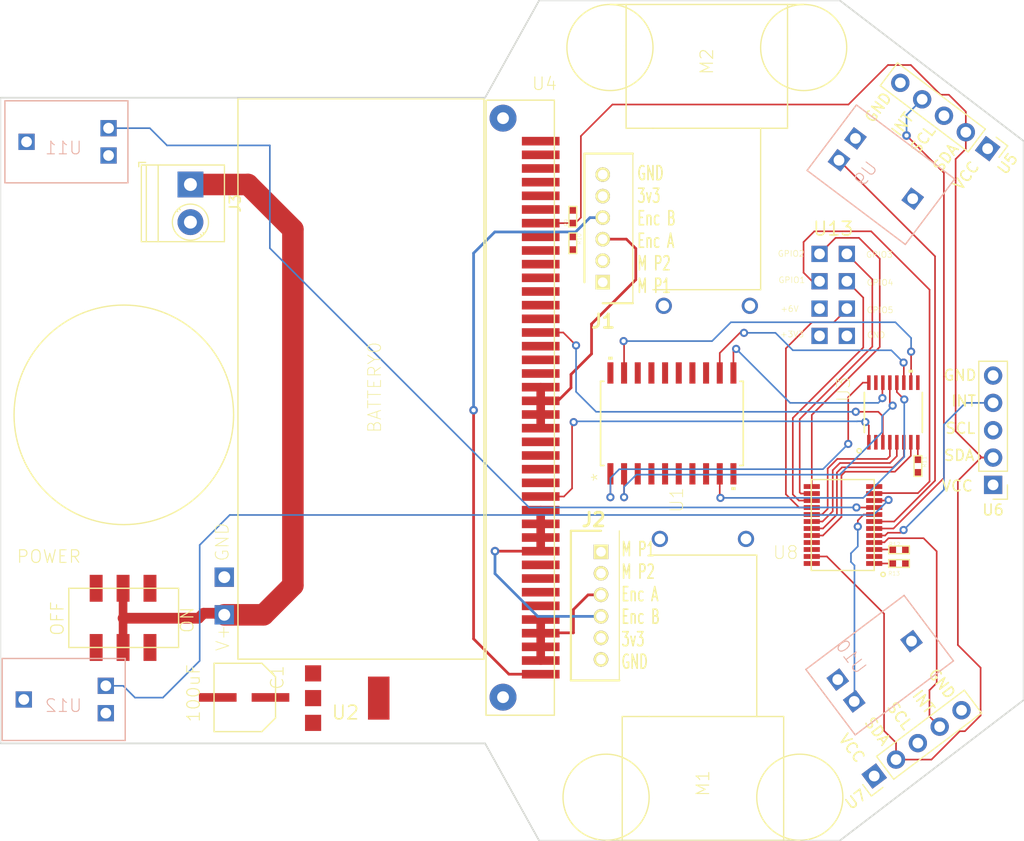
<source format=kicad_pcb>

(kicad_pcb
  (version 20171130)
  (host pcbnew "(5.1.12)-1")
  (general
    (thickness 1.6)
    (drawings 12)
    (tracks 417)
    (zones 0)
    (modules 31)
    (nets 52))
  (page A4)
  (layers
    (0 F.Cu signal)
    (31 B.Cu signal)
    (32 B.Adhes user hide)
    (33 F.Adhes user hide)
    (34 B.Paste user hide)
    (35 F.Paste user hide)
    (36 B.SilkS user hide)
    (37 F.SilkS user hide)
    (38 B.Mask user hide)
    (39 F.Mask user hide)
    (40 Dwgs.User user hide)
    (41 Cmts.User user hide)
    (42 Eco1.User user hide)
    (43 Eco2.User user hide)
    (44 Edge.Cuts user)
    (45 Margin user hide)
    (46 B.CrtYd user hide)
    (47 F.CrtYd user hide)
    (48 B.Fab user hide)
    (49 F.Fab user hide))
  (setup
    (last_trace_width 0.25)
    (trace_clearance 0.2)
    (zone_clearance 0.508)
    (zone_45_only no)
    (trace_min 0.2)
    (via_size 0.8)
    (via_drill 0.4)
    (via_min_size 0.4)
    (via_min_drill 0.3)
    (uvia_size 0.3)
    (uvia_drill 0.1)
    (uvias_allowed no)
    (uvia_min_size 0.2)
    (uvia_min_drill 0.1)
    (edge_width 0.05)
    (segment_width 0.2)
    (pcb_text_width 0.3)
    (pcb_text_size 1.5 1.5)
    (mod_edge_width 0.12)
    (mod_text_size 1 1)
    (mod_text_width 0.15)
    (pad_size 1.524 1.524)
    (pad_drill 0.762)
    (pad_to_mask_clearance 0)
    (aux_axis_origin 0 0)
    (grid_origin 153.47 101.91)
    (visible_elements FFFFFF7F)
    (pcbplotparams
      (layerselection 0x010fc_ffffffff)
      (usegerberextensions false)
      (usegerberattributes true)
      (usegerberadvancedattributes true)
      (creategerberjobfile true)
      (excludeedgelayer true)
      (linewidth 0.1)
      (plotframeref false)
      (viasonmask false)
      (mode 1)
      (useauxorigin false)
      (hpglpennumber 1)
      (hpglpenspeed 20)
      (hpglpendiameter 15.0)
      (psnegative false)
      (psa4output false)
      (plotreference true)
      (plotvalue true)
      (plotinvisibletext false)
      (padsonsilk false)
      (subtractmaskfromsilk false)
      (outputformat 1)
      (mirror false)
      (drillshape 0)
      (scaleselection 1)
      (outputdirectory "minisumov2_1_Gerbers/")))
  (net 0 "")
  (net 1 "Net-(BATTERY0-Pad+)")
  (net 2 /MR_B)
  (net 3 /MR_A)
  (net 4 /MR2)
  (net 5 GND)
  (net 6 +3V3)
  (net 7 +5V)
  (net 8 /MR1)
  (net 9 /SDA)
  (net 10 /SCL)
  (net 11 /ML_B)
  (net 12 "Net-(R12-PadP$1)")
  (net 13 "Net-(R13-PadP$1)")
  (net 14 /IO1)
  (net 15 /IO2)
  (net 16 /IO3)
  (net 17 /IO4)
  (net 18 /IO5)
  (net 19 "Net-(U1-Pad1)")
  (net 20 "Net-(U1-Pad2)")
  (net 21 "Net-(U1-Pad9)")
  (net 22 "Net-(U1-Pad11)")
  (net 23 "Net-(U1-Pad12)")
  (net 24 "Net-(U1-Pad19)")
  (net 25 "Net-(U3-Pad1)")
  (net 26 "Net-(U3-Pad3)")
  (net 27 /INPUT_1)
  (net 28 /INPUT_2)
  (net 29 /INPUT_3)
  (net 30 /INPUT_4)
  (net 31 /ML_A)
  (net 32 /ML2)
  (net 33 /ML1)
  (net 34 "Net-(R11-PadP$1)")
  (net 35 "unconnected-(U4-PadP4_LED_COL_2_ANALOG_IN)")
  (net 36 "unconnected-(U4-PadP5_BUTTON_A)")
  (net 37 "unconnected-(U4-PadP6_LED_COL_9)")
  (net 38 "unconnected-(U4-PadP7_LED_COL8)")
  (net 39 "unconnected-(U4-PadP9_LED_COL_7)")
  (net 40 "unconnected-(U4-PadP10_LED_COL_3_ANALOG_IN)")
  (net 41 "unconnected-(U4-PadP11_BUTTON_B)")
  (net 42 "unconnected-(U4-PadP13_SCK)")
  (net 43 "unconnected-(U4-PadP14_MISO)")
  (net 44 "unconnected-(U4-PadP15_MOSI)")
  (net 45 /XS3)
  (net 46 /XS2)
  (net 47 /XS1)
  (net 48 /NW)
  (net 49 /NE)
  (net 50 /SW)
  (net 51 /SE)
  (net_class Default "This is the default net class."
    (clearance 0.2)
    (trace_width 0.25)
    (via_dia 0.8)
    (via_drill 0.4)
    (uvia_dia 0.3)
    (uvia_drill 0.1)
    (add_net +3V3)
    (add_net +5V)
    (add_net /INPUT_1)
    (add_net /INPUT_2)
    (add_net /INPUT_3)
    (add_net /INPUT_4)
    (add_net /IO1)
    (add_net /IO2)
    (add_net /IO3)
    (add_net /IO4)
    (add_net /IO5)
    (add_net /ML1)
    (add_net /ML2)
    (add_net /ML_A)
    (add_net /ML_B)
    (add_net /MR1)
    (add_net /MR2)
    (add_net /MR_A)
    (add_net /MR_B)
    (add_net /NE)
    (add_net /NW)
    (add_net /SCL)
    (add_net /SDA)
    (add_net /SE)
    (add_net /SW)
    (add_net /XS1)
    (add_net /XS2)
    (add_net /XS3)
    (add_net GND)
    (add_net "Net-(BATTERY0-Pad+)")
    (add_net "Net-(R11-PadP$1)")
    (add_net "Net-(R12-PadP$1)")
    (add_net "Net-(R13-PadP$1)")
    (add_net "Net-(U1-Pad1)")
    (add_net "Net-(U1-Pad11)")
    (add_net "Net-(U1-Pad12)")
    (add_net "Net-(U1-Pad19)")
    (add_net "Net-(U1-Pad2)")
    (add_net "Net-(U1-Pad9)")
    (add_net "Net-(U3-Pad1)")
    (add_net "Net-(U3-Pad3)")
    (add_net "unconnected-(U4-PadP10_LED_COL_3_ANALOG_IN)")
    (add_net "unconnected-(U4-PadP11_BUTTON_B)")
    (add_net "unconnected-(U4-PadP13_SCK)")
    (add_net "unconnected-(U4-PadP14_MISO)")
    (add_net "unconnected-(U4-PadP15_MOSI)")
    (add_net "unconnected-(U4-PadP4_LED_COL_2_ANALOG_IN)")
    (add_net "unconnected-(U4-PadP5_BUTTON_A)")
    (add_net "unconnected-(U4-PadP6_LED_COL_9)")
    (add_net "unconnected-(U4-PadP7_LED_COL8)")
    (add_net "unconnected-(U4-PadP9_LED_COL_7)"))
  (module SO-20
    (layer F.Cu)
    (tedit 0)
    (tstamp 1AA81F7)
    (at 163.3581 105.2686 90)
    (path /c9dfb719-20ae-4130-97cb-0cc0f6f8ba59)
    (fp_text reference U1
      (at -8.3566 0.4445 90)
      (layer F.SilkS)
      (effects
        (font
          (size 1.198372 1.198372)
          (thickness 0.071628))
        (justify left)))
    (fp_text value L293DD
      (at 0 0 90)
      (layer F.Fab) hide
      (effects
        (font
          (size 1.27 1.27)
          (thickness 0.15))))
    (fp_text user *
      (at -5.5118 -6.1468 90)
      (layer F.SilkS)
      (effects
        (font
          (size 1.1938 1.1938)
          (thickness 0.0762))
        (justify left bottom)))
    (fp_text user *
      (at -3.9878 -5.1562 90)
      (layer F.Fab)
      (effects
        (font
          (size 1.1938 1.1938)
          (thickness 0.0762))
        (justify left bottom)))
    (fp_poly
      (pts
        (xy 4.1275 -6.3246)
        (xy 6.0071 -6.3246)
        (xy 6.0071 6.3246)
        (xy 4.1275 6.3246)
        (xy 4.1275 6.8326)
        (xy -4.1275 6.8326)
        (xy -4.1275 6.3246)
        (xy -6.0071 6.3246)
        (xy -6.0071 -6.3246)
        (xy -4.1275 -6.3246)
        (xy -4.1275 -6.8326)
        (xy 4.1275 -6.8326))
      (layer F.CrtYd)
      (width 0))
    (fp_poly
      (pts
        (xy -5.9182 5.9182)
        (xy -6.1976 5.9182)
        (xy -6.1976 5.5118)
        (xy -5.9182 5.5118))
      (layer F.SilkS)
      (width 0))
    (fp_poly
      (pts
        (xy 6.1976 -5.5118)
        (xy 5.9182 -5.5118)
        (xy 5.9182 -5.9182)
        (xy 6.1976 -5.9182))
      (layer F.SilkS)
      (width 0))
    (fp_line
      (start 3.7846 -4.191)
      (end 5.3086 -4.191)
      (layer F.Fab)
      (width 0.1524))
    (fp_line
      (start -3.81 6.5024)
      (end 3.81 6.5024)
      (layer F.Fab)
      (width 0.1524))
    (fp_line
      (start 3.7846 0.381)
      (end 3.7846 0.889)
      (layer F.Fab)
      (width 0.1524))
    (fp_line
      (start -3.7846 0.889)
      (end -3.7846 0.381)
      (layer F.Fab)
      (width 0.1524))
    (fp_line
      (start -3.7846 3.429)
      (end -3.7846 2.921)
      (layer F.Fab)
      (width 0.1524))
    (fp_line
      (start -3.7846 -2.921)
      (end -3.81 -3.429)
      (layer F.Fab)
      (width 0.1524))
    (fp_line
      (start -5.3086 -0.381)
      (end -3.7846 -0.381)
      (layer F.Fab)
      (width 0.1524))
    (fp_line
      (start 5.3086 0.889)
      (end 5.3086 0.381)
      (layer F.Fab)
      (width 0.1524))
    (fp_line
      (start 3.7846 -2.921)
      (end 5.3086 -2.921)
      (layer F.Fab)
      (width 0.1524))
    (fp_line
      (start -5.334 -3.429)
      (end -5.3086 -2.921)
      (layer F.Fab)
      (width 0.1524))
    (fp_line
      (start 3.7846 2.159)
      (end 5.3086 2.159)
      (layer F.Fab)
      (width 0.1524))
    (fp_line
      (start -5.3086 1.651)
      (end -5.3086 2.159)
      (layer F.Fab)
      (width 0.1524))
    (fp_line
      (start -5.3086 4.191)
      (end -5.3086 4.699)
      (layer F.Fab)
      (width 0.1524))
    (fp_line
      (start 3.7846 5.461)
      (end 3.81 5.969)
      (layer F.Fab)
      (width 0.1524))
    (fp_line
      (start -3.7846 -0.889)
      (end -5.3086 -0.889)
      (layer F.Fab)
      (width 0.1524))
    (fp_line
      (start 3.7846 -1.651)
      (end 5.3086 -1.651)
      (layer F.Fab)
      (width 0.1524))
    (fp_line
      (start 5.3086 2.921)
      (end 3.7846 2.921)
      (layer F.Fab)
      (width 0.1524))
    (fp_line
      (start 3.7846 -0.381)
      (end 5.3086 -0.381)
      (layer F.Fab)
      (width 0.1524))
    (fp_line
      (start -3.7846 -4.191)
      (end -3.81 -4.699)
      (layer F.Fab)
      (width 0.1524))
    (fp_line
      (start -3.81 -4.699)
      (end -5.334 -4.699)
      (layer F.Fab)
      (width 0.1524))
    (fp_line
      (start 3.7846 -0.889)
      (end 3.7846 -0.381)
      (layer F.Fab)
      (width 0.1524))
    (fp_line
      (start -5.3086 -0.889)
      (end -5.3086 -0.381)
      (layer F.Fab)
      (width 0.1524))
    (fp_line
      (start -3.7846 -5.461)
      (end -3.81 -5.969)
      (layer F.Fab)
      (width 0.1524))
    (fp_line
      (start -3.7846 1.651)
      (end -5.3086 1.651)
      (layer F.Fab)
      (width 0.1524))
    (fp_line
      (start 3.7846 -5.461)
      (end 5.3086 -5.461)
      (layer F.Fab)
      (width 0.1524))
    (fp_line
      (start -5.3086 5.969)
      (end -3.7846 5.969)
      (layer F.Fab)
      (width 0.1524))
    (fp_line
      (start 3.7846 -4.699)
      (end 3.7846 -4.191)
      (layer F.Fab)
      (width 0.1524))
    (fp_line
      (start 5.3086 2.159)
      (end 5.3086 1.651)
      (layer F.Fab)
      (width 0.1524))
    (fp_line
      (start 5.3086 3.429)
      (end 5.3086 2.921)
      (layer F.Fab)
      (width 0.1524))
    (fp_line
      (start 5.3086 -5.969)
      (end 3.7846 -5.969)
      (layer F.Fab)
      (width 0.1524))
    (fp_line
      (start 5.3086 -2.921)
      (end 5.3086 -3.429)
      (layer F.Fab)
      (width 0.1524))
    (fp_line
      (start 3.7846 1.651)
      (end 3.7846 2.159)
      (layer F.Fab)
      (width 0.1524))
    (fp_line
      (start -3.7846 4.699)
      (end -3.7846 4.191)
      (layer F.Fab)
      (width 0.1524))
    (fp_line
      (start -5.3086 5.461)
      (end -5.3086 5.969)
      (layer F.Fab)
      (width 0.1524))
    (fp_line
      (start -3.81 -6.5024)
      (end -3.81 6.5024)
      (layer F.Fab)
      (width 0.1524))
    (fp_line
      (start 0.3048 -6.5024)
      (end -0.3048 -6.5024)
      (layer F.Fab)
      (width 0.1524))
    (fp_line
      (start -3.7846 2.921)
      (end -5.3086 2.921)
      (layer F.Fab)
      (width 0.1524))
    (fp_line
      (start 3.7846 4.191)
      (end 3.81 4.699)
      (layer F.Fab)
      (width 0.1524))
    (fp_line
      (start -5.3086 0.889)
      (end -3.7846 0.889)
      (layer F.Fab)
      (width 0.1524))
    (fp_line
      (start -5.3086 -2.159)
      (end -5.3086 -1.651)
      (layer F.Fab)
      (width 0.1524))
    (fp_line
      (start 5.3086 -3.429)
      (end 3.7846 -3.429)
      (layer F.Fab)
      (width 0.1524))
    (fp_line
      (start -3.7846 2.159)
      (end -3.7846 1.651)
      (layer F.Fab)
      (width 0.1524))
    (fp_line
      (start -3.7846 4.191)
      (end -5.3086 4.191)
      (layer F.Fab)
      (width 0.1524))
    (fp_line
      (start 3.7846 -2.159)
      (end 3.7846 -1.651)
      (layer F.Fab)
      (width 0.1524))
    (fp_line
      (start 5.3086 0.381)
      (end 3.7846 0.381)
      (layer F.Fab)
      (width 0.1524))
    (fp_line
      (start 5.3086 -5.461)
      (end 5.3086 -5.969)
      (layer F.Fab)
      (width 0.1524))
    (fp_line
      (start 5.3086 1.651)
      (end 3.7846 1.651)
      (layer F.Fab)
      (width 0.1524))
    (fp_line
      (start -5.3086 2.159)
      (end -3.7846 2.159)
      (layer F.Fab)
      (width 0.1524))
    (fp_line
      (start -3.7846 -0.381)
      (end -3.7846 -0.889)
      (layer F.Fab)
      (width 0.1524))
    (fp_line
      (start -5.3086 2.921)
      (end -5.3086 3.429)
      (layer F.Fab)
      (width 0.1524))
    (fp_line
      (start 3.81 -6.5024)
      (end 0.3048 -6.5024)
      (layer F.Fab)
      (width 0.1524))
    (fp_line
      (start 5.3086 -1.651)
      (end 5.3086 -2.159)
      (layer F.Fab)
      (width 0.1524))
    (fp_line
      (start 5.3086 5.461)
      (end 3.7846 5.461)
      (layer F.Fab)
      (width 0.1524))
    (fp_line
      (start -5.3086 3.429)
      (end -3.7846 3.429)
      (layer F.Fab)
      (width 0.1524))
    (fp_line
      (start -3.81 -3.429)
      (end -5.334 -3.429)
      (layer F.Fab)
      (width 0.1524))
    (fp_line
      (start 3.81 5.969)
      (end 5.334 5.969)
      (layer F.Fab)
      (width 0.1524))
    (fp_line
      (start 5.3086 -0.889)
      (end 3.7846 -0.889)
      (layer F.Fab)
      (width 0.1524))
    (fp_line
      (start 5.334 5.969)
      (end 5.3086 5.461)
      (layer F.Fab)
      (width 0.1524))
    (fp_line
      (start 3.81 4.699)
      (end 5.3086 4.699)
      (layer F.Fab)
      (width 0.1524))
    (fp_line
      (start 3.7846 -3.429)
      (end 3.7846 -2.921)
      (layer F.Fab)
      (width 0.1524))
    (fp_line
      (start -5.3086 -4.191)
      (end -3.7846 -4.191)
      (layer F.Fab)
      (width 0.1524))
    (fp_line
      (start -3.7846 5.969)
      (end -3.7846 5.461)
      (layer F.Fab)
      (width 0.1524))
    (fp_line
      (start 5.3086 -2.159)
      (end 3.7846 -2.159)
      (layer F.Fab)
      (width 0.1524))
    (fp_line
      (start -5.3086 0.381)
      (end -5.3086 0.889)
      (layer F.Fab)
      (width 0.1524))
    (fp_line
      (start -3.7846 5.461)
      (end -5.3086 5.461)
      (layer F.Fab)
      (width 0.1524))
    (fp_line
      (start -3.7846 -2.159)
      (end -5.3086 -2.159)
      (layer F.Fab)
      (width 0.1524))
    (fp_line
      (start 5.3086 -4.191)
      (end 5.3086 -4.699)
      (layer F.Fab)
      (width 0.1524))
    (fp_line
      (start -3.7846 -1.651)
      (end -3.7846 -2.159)
      (layer F.Fab)
      (width 0.1524))
    (fp_line
      (start 3.7846 2.921)
      (end 3.81 3.429)
      (layer F.Fab)
      (width 0.1524))
    (fp_line
      (start 5.3086 -0.381)
      (end 5.3086 -0.889)
      (layer F.Fab)
      (width 0.1524))
    (fp_line
      (start -5.3086 -5.461)
      (end -3.7846 -5.461)
      (layer F.Fab)
      (width 0.1524))
    (fp_line
      (start 3.81 6.5024)
      (end 3.81 -6.5024)
      (layer F.Fab)
      (width 0.1524))
    (fp_line
      (start -5.334 -4.699)
      (end -5.3086 -4.191)
      (layer F.Fab)
      (width 0.1524))
    (fp_line
      (start 3.81 3.429)
      (end 5.3086 3.429)
      (layer F.Fab)
      (width 0.1524))
    (fp_line
      (start 5.3086 4.699)
      (end 5.3086 4.191)
      (layer F.Fab)
      (width 0.1524))
    (fp_line
      (start -3.81 -5.969)
      (end -5.334 -5.969)
      (layer F.Fab)
      (width 0.1524))
    (fp_line
      (start -5.3086 -1.651)
      (end -3.7846 -1.651)
      (layer F.Fab)
      (width 0.1524))
    (fp_line
      (start -0.3048 -6.5024)
      (end -3.81 -6.5024)
      (layer F.Fab)
      (width 0.1524))
    (fp_line
      (start 5.3086 -4.699)
      (end 3.7846 -4.699)
      (layer F.Fab)
      (width 0.1524))
    (fp_line
      (start -5.3086 4.699)
      (end -3.7846 4.699)
      (layer F.Fab)
      (width 0.1524))
    (fp_line
      (start 5.3086 4.191)
      (end 3.7846 4.191)
      (layer F.Fab)
      (width 0.1524))
    (fp_line
      (start 3.7846 0.889)
      (end 5.3086 0.889)
      (layer F.Fab)
      (width 0.1524))
    (fp_line
      (start -5.334 -5.969)
      (end -5.3086 -5.461)
      (layer F.Fab)
      (width 0.1524))
    (fp_line
      (start -3.7846 0.381)
      (end -5.3086 0.381)
      (layer F.Fab)
      (width 0.1524))
    (fp_line
      (start 3.7846 -5.969)
      (end 3.7846 -5.461)
      (layer F.Fab)
      (width 0.1524))
    (fp_line
      (start -5.3086 -2.921)
      (end -3.7846 -2.921)
      (layer F.Fab)
      (width 0.1524))
    (fp_line
      (start -4.064 6.7564)
      (end -4.064 6.2484)
      (layer F.CrtYd)
      (width 0.1524))
    (fp_line
      (start 4.064 6.7564)
      (end -4.064 6.7564)
      (layer F.CrtYd)
      (width 0.1524))
    (fp_line
      (start -5.9436 6.2484)
      (end -5.9436 -6.2484)
      (layer F.CrtYd)
      (width 0.1524))
    (fp_line
      (start -4.064 -6.2484)
      (end -4.064 -6.7564)
      (layer F.CrtYd)
      (width 0.1524))
    (fp_line
      (start 4.064 6.2484)
      (end 4.064 6.7564)
      (layer F.CrtYd)
      (width 0.1524))
    (fp_line
      (start -5.9436 -6.2484)
      (end -4.064 -6.2484)
      (layer F.CrtYd)
      (width 0.1524))
    (fp_line
      (start 5.9436 -6.2484)
      (end 4.064 -6.2484)
      (layer F.CrtYd)
      (width 0.1524))
    (fp_line
      (start 4.064 -6.7564)
      (end 4.064 -6.2484)
      (layer F.CrtYd)
      (width 0.1524))
    (fp_line
      (start -4.064 -6.7564)
      (end 4.064 -6.7564)
      (layer F.CrtYd)
      (width 0.1524))
    (fp_line
      (start 5.9436 -6.2484)
      (end 5.9436 6.2484)
      (layer F.CrtYd)
      (width 0.1524))
    (fp_line
      (start -5.9436 6.2484)
      (end -4.064 6.2484)
      (layer F.CrtYd)
      (width 0.1524))
    (fp_line
      (start 5.9436 6.2484)
      (end 4.064 6.2484)
      (layer F.CrtYd)
      (width 0.1524))
    (fp_line
      (start 3.9116 6.6294)
      (end 3.9116 6.3246)
      (layer F.SilkS)
      (width 0.1524))
    (fp_line
      (start -3.9116 -6.6294)
      (end -3.9116 -6.3246)
      (layer F.SilkS)
      (width 0.1524))
    (fp_line
      (start 3.9116 -6.6294)
      (end -3.9116 -6.6294)
      (layer F.SilkS)
      (width 0.1524))
    (fp_line
      (start 3.9116 -6.3246)
      (end 3.9116 -6.6294)
      (layer F.SilkS)
      (width 0.1524))
    (fp_line
      (start -3.9116 6.6294)
      (end 3.9116 6.6294)
      (layer F.SilkS)
      (width 0.1524))
    (fp_line
      (start -3.9116 6.3246)
      (end -3.9116 6.6294)
      (layer F.SilkS)
      (width 0.1524))
    (pad 1 smd rect
      (at -4.6863 -5.715 90)
      (size 1.9812 0.5588)
      (layers F.Cu F.Paste F.Mask)
      (net 19 "Net-(U1-Pad1)")
      (solder_mask_margin 0.1016))
    (pad 2 smd rect
      (at -4.6863 -4.445 90)
      (size 1.9812 0.5588)
      (layers F.Cu F.Paste F.Mask)
      (net 20 "Net-(U1-Pad2)")
      (solder_mask_margin 0.1016))
    (pad 3 smd rect
      (at -4.6863 -3.175 90)
      (size 1.9812 0.5588)
      (layers F.Cu F.Paste F.Mask)
      (solder_mask_margin 0.1016))
    (pad 4 smd rect
      (at -4.6863 -1.905 90)
      (size 1.9812 0.5588)
      (layers F.Cu F.Paste F.Mask)
      (solder_mask_margin 0.1016))
    (pad 5 smd rect
      (at -4.6863 -0.635 90)
      (size 1.9812 0.5588)
      (layers F.Cu F.Paste F.Mask)
      (solder_mask_margin 0.1016))
    (pad 6 smd rect
      (at -4.6863 0.635 90)
      (size 1.9812 0.5588)
      (layers F.Cu F.Paste F.Mask)
      (solder_mask_margin 0.1016))
    (pad 7 smd rect
      (at -4.6863 1.905 90)
      (size 1.9812 0.5588)
      (layers F.Cu F.Paste F.Mask)
      (solder_mask_margin 0.1016))
    (pad 8 smd rect
      (at -4.6863 3.175 90)
      (size 1.9812 0.5588)
      (layers F.Cu F.Paste F.Mask)
      (solder_mask_margin 0.1016))
    (pad 9 smd rect
      (at -4.6863 4.445 90)
      (size 1.9812 0.5588)
      (layers F.Cu F.Paste F.Mask)
      (net 21 "Net-(U1-Pad9)")
      (solder_mask_margin 0.1016))
    (pad 10 smd rect
      (at -4.6863 5.715 90)
      (size 1.9812 0.5588)
      (layers F.Cu F.Paste F.Mask)
      (solder_mask_margin 0.1016))
    (pad 11 smd rect
      (at 4.6863 5.715 90)
      (size 1.9812 0.5588)
      (layers F.Cu F.Paste F.Mask)
      (net 22 "Net-(U1-Pad11)")
      (solder_mask_margin 0.1016))
    (pad 12 smd rect
      (at 4.6863 4.445 90)
      (size 1.9812 0.5588)
      (layers F.Cu F.Paste F.Mask)
      (net 23 "Net-(U1-Pad12)")
      (solder_mask_margin 0.1016))
    (pad 13 smd rect
      (at 4.6863 3.175 90)
      (size 1.9812 0.5588)
      (layers F.Cu F.Paste F.Mask)
      (solder_mask_margin 0.1016))
    (pad 14 smd rect
      (at 4.6863 1.905 90)
      (size 1.9812 0.5588)
      (layers F.Cu F.Paste F.Mask)
      (solder_mask_margin 0.1016))
    (pad 15 smd rect
      (at 4.6863 0.635 90)
      (size 1.9812 0.5588)
      (layers F.Cu F.Paste F.Mask)
      (solder_mask_margin 0.1016))
    (pad 16 smd rect
      (at 4.6863 -0.635 90)
      (size 1.9812 0.5588)
      (layers F.Cu F.Paste F.Mask)
      (solder_mask_margin 0.1016))
    (pad 17 smd rect
      (at 4.6863 -1.905 90)
      (size 1.9812 0.5588)
      (layers F.Cu F.Paste F.Mask)
      (solder_mask_margin 0.1016))
    (pad 18 smd rect
      (at 4.6863 -3.175 90)
      (size 1.9812 0.5588)
      (layers F.Cu F.Paste F.Mask)
      (solder_mask_margin 0.1016))
    (pad 19 smd rect
      (at 4.6863 -4.445 90)
      (size 1.9812 0.5588)
      (layers F.Cu F.Paste F.Mask)
      (net 24 "Net-(U1-Pad19)")
      (solder_mask_margin 0.1016))
    (pad 20 smd rect
      (at 4.6863 -5.715 90)
      (size 1.9812 0.5588)
      (layers F.Cu F.Paste F.Mask)
      (solder_mask_margin 0.1016))
    (model ${KICAD6_3DMODEL_DIR}/Package_SO.3dshapes/SOIC-20W_7.5x12.8mm_P1.27mm.step
      (at
        (xyz 0 0 0))
      (scale
        (xyz 1 1 1))
      (rotate
        (xyz 0 0 0))))
  (module 24-TSSOP
    (layer F.Cu)
    (tedit 0)
    (tstamp 9AD50E9)
    (at 182.1541 118.2861 180)
    (path /92e9216f-8128-4fb1-8b0d-0b8366fb382e)
    (fp_text reference U8
      (at 6.985 1.016)
      (layer F.SilkS)
      (effects
        (font
          (size 1.198372 1.198372)
          (thickness 0.071628))
        (justify right)))
    (fp_text value TCA9539PWR
      (at 0 0 180)
      (layer F.Fab) hide
      (effects
        (font
          (size 1.27 1.27)
          (thickness 0.15))
        (justify right top)))
    (fp_circle
      (center -0.8255 -1.016)
      (end -0.6255 -1.016)
      (layer F.SilkS)
      (width 0.127))
    (fp_line
      (start 0 7.8)
      (end 5.85 7.8)
      (layer F.SilkS)
      (width 0.127))
    (fp_line
      (start 5.85 7.8)
      (end 5.85 -0.65)
      (layer F.SilkS)
      (width 0.127))
    (fp_line
      (start 0 -0.65)
      (end 0 7.8)
      (layer F.SilkS)
      (width 0.127))
    (fp_line
      (start 5.85 -0.65)
      (end 0 -0.65)
      (layer F.SilkS)
      (width 0.127))
    (pad 1 smd rect
      (at 0 0 180)
      (size 1.5 0.45)
      (layers F.Cu F.Paste F.Mask)
      (net 13 "Net-(R13-PadP$1)")
      (solder_mask_margin 0.1016))
    (pad 2 smd rect
      (at 0 0.65 180)
      (size 1.5 0.45)
      (layers F.Cu F.Paste F.Mask)
      (solder_mask_margin 0.1016))
    (pad 3 smd rect
      (at 0 1.3 180)
      (size 1.5 0.45)
      (layers F.Cu F.Paste F.Mask)
      (net 12 "Net-(R12-PadP$1)")
      (solder_mask_margin 0.1016))
    (pad 4 smd rect
      (at 0 1.95 180)
      (size 1.5 0.45)
      (layers F.Cu F.Paste F.Mask)
      (net 47 /XS1)
      (solder_mask_margin 0.1016))
    (pad 5 smd rect
      (at 0 2.6 180)
      (size 1.5 0.45)
      (layers F.Cu F.Paste F.Mask)
      (net 46 /XS2)
      (solder_mask_margin 0.1016))
    (pad 6 smd rect
      (at 0 3.25 180)
      (size 1.5 0.45)
      (layers F.Cu F.Paste F.Mask)
      (net 45 /XS3)
      (solder_mask_margin 0.1016))
    (pad 7 smd rect
      (at 0 3.9 180)
      (size 1.5 0.45)
      (layers F.Cu F.Paste F.Mask)
      (net 48 /NW)
      (solder_mask_margin 0.1016))
    (pad 8 smd rect
      (at 0 4.55 180)
      (size 1.5 0.45)
      (layers F.Cu F.Paste F.Mask)
      (net 49 /NE)
      (solder_mask_margin 0.1016))
    (pad 9 smd rect
      (at 0 5.2 180)
      (size 1.5 0.45)
      (layers F.Cu F.Paste F.Mask)
      (net 50 /SW)
      (solder_mask_margin 0.1016))
    (pad 10 smd rect
      (at 0 5.85 180)
      (size 1.5 0.45)
      (layers F.Cu F.Paste F.Mask)
      (net 51 /SE)
      (solder_mask_margin 0.1016))
    (pad 11 smd rect
      (at 0 6.5 180)
      (size 1.5 0.45)
      (layers F.Cu F.Paste F.Mask)
      (net 14 /IO1)
      (solder_mask_margin 0.1016))
    (pad 12 smd rect
      (at 0 7.15 180)
      (size 1.5 0.45)
      (layers F.Cu F.Paste F.Mask)
      (solder_mask_margin 0.1016))
    (pad 13 smd rect
      (at 5.8 7.15 180)
      (size 1.5 0.45)
      (layers F.Cu F.Paste F.Mask)
      (net 15 /IO2)
      (solder_mask_margin 0.1016))
    (pad 14 smd rect
      (at 5.8 6.5 180)
      (size 1.5 0.45)
      (layers F.Cu F.Paste F.Mask)
      (net 16 /IO3)
      (solder_mask_margin 0.1016))
    (pad 15 smd rect
      (at 5.8 5.85 180)
      (size 1.5 0.45)
      (layers F.Cu F.Paste F.Mask)
      (net 17 /IO4)
      (solder_mask_margin 0.1016))
    (pad 16 smd rect
      (at 5.8 5.2 180)
      (size 1.5 0.45)
      (layers F.Cu F.Paste F.Mask)
      (net 18 /IO5)
      (solder_mask_margin 0.1016))
    (pad 17 smd rect
      (at 5.8 4.55 180)
      (size 1.5 0.45)
      (layers F.Cu F.Paste F.Mask)
      (net 27 /INPUT_1)
      (solder_mask_margin 0.1016))
    (pad 18 smd rect
      (at 5.8 3.9 180)
      (size 1.5 0.45)
      (layers F.Cu F.Paste F.Mask)
      (net 28 /INPUT_2)
      (solder_mask_margin 0.1016))
    (pad 19 smd rect
      (at 5.8 3.25 180)
      (size 1.5 0.45)
      (layers F.Cu F.Paste F.Mask)
      (net 29 /INPUT_3)
      (solder_mask_margin 0.1016))
    (pad 20 smd rect
      (at 5.8 2.6 180)
      (size 1.5 0.45)
      (layers F.Cu F.Paste F.Mask)
      (net 30 /INPUT_4)
      (solder_mask_margin 0.1016))
    (pad 21 smd rect
      (at 5.8 1.95 180)
      (size 1.5 0.45)
      (layers F.Cu F.Paste F.Mask)
      (solder_mask_margin 0.1016))
    (pad 22 smd rect
      (at 5.8 1.3 180)
      (size 1.5 0.45)
      (layers F.Cu F.Paste F.Mask)
      (solder_mask_margin 0.1016))
    (pad 23 smd rect
      (at 5.8 0.65 180)
      (size 1.5 0.45)
      (layers F.Cu F.Paste F.Mask)
      (net 9 /SDA)
      (solder_mask_margin 0.1016))
    (pad 24 smd rect
      (at 5.8 0 180)
      (size 1.5 0.45)
      (layers F.Cu F.Paste F.Mask)
      (solder_mask_margin 0.1016))
    (model ${KICAD6_3DMODEL_DIR}/Package_SO.3dshapes/SSOP-24_3.9x8.7mm_P0.635mm.wrl
      (offset
        (xyz 3 -3.5 0))
      (scale
        (xyz 1 1 1))
      (rotate
        (xyz 0 0 0))))
  (module ""
    (layer F.Cu)
    (tedit 0)
    (tstamp B57472C)
    (at 103.5411 86.7836)
    (fp_text reference @HOLE0
      (at 0 0)
      (layer F.SilkS) hide
      (effects
        (font
          (size 1.27 1.27)
          (thickness 0.15))))
    (fp_text value ""
      (at 0 0)
      (layer F.SilkS)
      (effects
        (font
          (size 1.27 1.27)
          (thickness 0.15))))
    (pad "" np_thru_hole circle
      (at 0 0)
      (size 3.5 3.5)
      (drill 3.5)
      (layers *.Cu *.Mask)))
  (module Connector_PinHeader_2.54mm:PinHeader_1x05_P2.54mm_Vertical
    (layer F.Cu)
    (tedit 59FED5CC)
    (tstamp 31507371)
    (at 182.1541 138.0346 127)
    (descr "Through hole straight pin header, 1x05, 2.54mm pitch, single row")
    (tags "Through hole pin header THT 1x05 2.54mm single row")
    (path /1306c695-2524-4ced-9a61-1cc829cadf8f)
    (fp_text reference U7
      (at -0.717817 -2.662157 37)
      (layer F.SilkS)
      (effects
        (font
          (size 1 1)
          (thickness 0.15))))
    (fp_text value "VL53L1X Left"
      (at -2.106569 5.594711 37)
      (layer F.Fab)
      (effects
        (font
          (size 1 1)
          (thickness 0.15))))
    (fp_text user SCL
      (at 3.048 5.2578 307 unlocked)
      (layer F.SilkS)
      (effects
        (font
          (size 1 1)
          (thickness 0.15))))
    (fp_text user INT
      (at 2.7432 7.7978 307 unlocked)
      (layer F.SilkS)
      (effects
        (font
          (size 1 1)
          (thickness 0.15))))
    (fp_text user VCC
      (at 3.3274 -0.1016 307 unlocked)
      (layer F.SilkS)
      (effects
        (font
          (size 1 1)
          (thickness 0.15))))
    (fp_text user SDA
      (at 3.1496 2.7432 307 unlocked)
      (layer F.SilkS)
      (effects
        (font
          (size 1 1)
          (thickness 0.15))))
    (fp_text user GND
      (at 3.0734 10.1854 307 unlocked)
      (layer F.SilkS)
      (effects
        (font
          (size 1 1)
          (thickness 0.15))))
    (fp_text user ${REFERENCE}
      (at 0 5.08 217)
      (layer F.Fab)
      (effects
        (font
          (size 1 1)
          (thickness 0.15))))
    (fp_line
      (start -0.635 -1.27)
      (end 1.27 -1.27)
      (layer F.Fab)
      (width 0.1))
    (fp_line
      (start 1.27 11.43)
      (end -1.27 11.43)
      (layer F.Fab)
      (width 0.1))
    (fp_line
      (start -1.27 11.43)
      (end -1.27 -0.635)
      (layer F.Fab)
      (width 0.1))
    (fp_line
      (start -1.27 -0.635)
      (end -0.635 -1.27)
      (layer F.Fab)
      (width 0.1))
    (fp_line
      (start 1.27 -1.27)
      (end 1.27 11.43)
      (layer F.Fab)
      (width 0.1))
    (fp_line
      (start -1.8 11.95)
      (end 1.8 11.95)
      (layer F.CrtYd)
      (width 0.05))
    (fp_line
      (start 1.8 -1.8)
      (end -1.8 -1.8)
      (layer F.CrtYd)
      (width 0.05))
    (fp_line
      (start 1.8 11.95)
      (end 1.8 -1.8)
      (layer F.CrtYd)
      (width 0.05))
    (fp_line
      (start -1.8 -1.8)
      (end -1.8 11.95)
      (layer F.CrtYd)
      (width 0.05))
    (fp_line
      (start -1.33 0)
      (end -1.33 -1.33)
      (layer F.SilkS)
      (width 0.12))
    (fp_line
      (start -1.33 11.49)
      (end 1.33 11.49)
      (layer F.SilkS)
      (width 0.12))
    (fp_line
      (start -1.33 -1.33)
      (end 0 -1.33)
      (layer F.SilkS)
      (width 0.12))
    (fp_line
      (start -1.33 1.27)
      (end -1.33 11.49)
      (layer F.SilkS)
      (width 0.12))
    (fp_line
      (start -1.33 1.27)
      (end 1.33 1.27)
      (layer F.SilkS)
      (width 0.12))
    (fp_line
      (start 1.33 1.27)
      (end 1.33 11.49)
      (layer F.SilkS)
      (width 0.12))
    (pad 1 thru_hole rect
      (at 0 0 127)
      (size 1.7 1.7)
      (drill 1)
      (layers *.Cu *.Mask))
    (pad 2 thru_hole oval
      (at 0 2.54 127)
      (size 1.7 1.7)
      (drill 1)
      (layers *.Cu *.Mask)
      (net 9 /SDA))
    (pad 3 thru_hole oval
      (at 0 5.08 127)
      (size 1.7 1.7)
      (drill 1)
      (layers *.Cu *.Mask))
    (pad 4 thru_hole oval
      (at 0 7.62 127)
      (size 1.7 1.7)
      (drill 1)
      (layers *.Cu *.Mask)
      (net 47 /XS1))
    (pad 5 thru_hole oval
      (at 0 10.16 127)
      (size 1.7 1.7)
      (drill 1)
      (layers *.Cu *.Mask))
    (model ${KICAD6_3DMODEL_DIR}/Connector_PinHeader_2.54mm.3dshapes/PinHeader_1x05_P2.54mm_Vertical.wrl
      (at
        (xyz 0 0 0))
      (scale
        (xyz 1 1 1))
      (rotate
        (xyz 0 0 0))))
  (module ""
    (layer F.Cu)
    (tedit 0)
    (tstamp 4233625B)
    (at 103.5411 123.2236)
    (fp_text reference @HOLE1
      (at 0 0)
      (layer F.SilkS) hide
      (effects
        (font
          (size 1.27 1.27)
          (thickness 0.15))))
    (fp_text value ""
      (at 0 0)
      (layer F.SilkS)
      (effects
        (font
          (size 1.27 1.27)
          (thickness 0.15))))
    (pad "" np_thru_hole circle
      (at 0 0)
      (size 3.5 3.5)
      (drill 3.5)
      (layers *.Cu *.Mask)))
  (module TerminalBlock_Phoenix:TerminalBlock_Phoenix_PT-1,5-2-3.5-H_1x02_P3.50mm_Horizontal
    (layer F.Cu)
    (tedit 5B294F3F)
    (tstamp 47188AE3)
    (at 118.62 83.07 270)
    (descr "Terminal Block Phoenix PT-1,5-2-3.5-H, 2 pins, pitch 3.5mm, size 7x7.6mm^2, drill diamater 1.2mm, pad diameter 2.4mm, see , script-generated using https://github.com/pointhi/kicad-footprint-generator/scripts/TerminalBlock_Phoenix")
    (tags "THT Terminal Block Phoenix PT-1,5-2-3.5-H pitch 3.5mm size 7x7.6mm^2 drill 1.2mm pad 2.4mm")
    (path /b2284945-8fa4-46e2-a409-ebac5969692d)
    (fp_text reference J3
      (at 1.75 -4.16 90)
      (layer F.SilkS)
      (effects
        (font
          (size 1 1)
          (thickness 0.15))))
    (fp_text value Screw_Terminal_01x02
      (at 1.75 5.56 90)
      (layer F.Fab)
      (effects
        (font
          (size 1 1)
          (thickness 0.15))))
    (fp_text user ${REFERENCE}
      (at 1.75 2.4 90)
      (layer F.Fab)
      (effects
        (font
          (size 1 1)
          (thickness 0.15))))
    (fp_circle
      (center 3.5 0)
      (end 5 0)
      (layer F.Fab)
      (width 0.1))
    (fp_circle
      (center 0 0)
      (end 1.5 0)
      (layer F.Fab)
      (width 0.1))
    (fp_circle
      (center 3.5 0)
      (end 5.18 0)
      (layer F.SilkS)
      (width 0.12))
    (fp_line
      (start 4.455 -1.138)
      (end 2.363 0.955)
      (layer F.Fab)
      (width 0.1))
    (fp_line
      (start 0.955 -1.138)
      (end -1.138 0.955)
      (layer F.Fab)
      (width 0.1))
    (fp_line
      (start 4.638 -0.955)
      (end 2.546 1.138)
      (layer F.Fab)
      (width 0.1))
    (fp_line
      (start 1.138 -0.955)
      (end -0.955 1.138)
      (layer F.Fab)
      (width 0.1))
    (fp_line
      (start 5.25 4.5)
      (end -1.35 4.5)
      (layer F.Fab)
      (width 0.1))
    (fp_line
      (start -1.75 4.1)
      (end 5.25 4.1)
      (layer F.Fab)
      (width 0.1))
    (fp_line
      (start -1.75 -3.1)
      (end 5.25 -3.1)
      (layer F.Fab)
      (width 0.1))
    (fp_line
      (start -1.75 3)
      (end 5.25 3)
      (layer F.Fab)
      (width 0.1))
    (fp_line
      (start -1.35 4.5)
      (end -1.75 4.1)
      (layer F.Fab)
      (width 0.1))
    (fp_line
      (start -1.75 4.1)
      (end -1.75 -3.1)
      (layer F.Fab)
      (width 0.1))
    (fp_line
      (start 5.25 -3.1)
      (end 5.25 4.5)
      (layer F.Fab)
      (width 0.1))
    (fp_line
      (start 5.75 5)
      (end 5.75 -3.6)
      (layer F.CrtYd)
      (width 0.05))
    (fp_line
      (start 5.75 -3.6)
      (end -2.25 -3.6)
      (layer F.CrtYd)
      (width 0.05))
    (fp_line
      (start -2.25 5)
      (end 5.75 5)
      (layer F.CrtYd)
      (width 0.05))
    (fp_line
      (start -2.25 -3.6)
      (end -2.25 5)
      (layer F.CrtYd)
      (width 0.05))
    (fp_line
      (start 5.31 -3.16)
      (end 5.31 4.56)
      (layer F.SilkS)
      (width 0.12))
    (fp_line
      (start 4.57 -1.275)
      (end 4.476 -1.181)
      (layer F.SilkS)
      (width 0.12))
    (fp_line
      (start -2.05 4.16)
      (end -2.05 4.8)
      (layer F.SilkS)
      (width 0.12))
    (fp_line
      (start -2.05 4.8)
      (end -1.65 4.8)
      (layer F.SilkS)
      (width 0.12))
    (fp_line
      (start 2.355 0.941)
      (end 2.226 1.069)
      (layer F.SilkS)
      (width 0.12))
    (fp_line
      (start -1.81 3)
      (end 5.31 3)
      (layer F.SilkS)
      (width 0.12))
    (fp_line
      (start -1.81 4.56)
      (end 5.31 4.56)
      (layer F.SilkS)
      (width 0.12))
    (fp_line
      (start -1.81 -3.16)
      (end 5.31 -3.16)
      (layer F.SilkS)
      (width 0.12))
    (fp_line
      (start -1.81 4.1)
      (end 5.31 4.1)
      (layer F.SilkS)
      (width 0.12))
    (fp_line
      (start 4.775 -1.069)
      (end 4.646 -0.941)
      (layer F.SilkS)
      (width 0.12))
    (fp_line
      (start 2.525 1.181)
      (end 2.431 1.274)
      (layer F.SilkS)
      (width 0.12))
    (fp_line
      (start -1.81 -3.16)
      (end -1.81 4.56)
      (layer F.SilkS)
      (width 0.12))
    (pad 1 thru_hole rect
      (at 0 0 270)
      (size 2.4 2.4)
      (drill 1.2)
      (layers *.Cu *.Mask)
      (net 1 "Net-(BATTERY0-Pad+)"))
    (pad 2 thru_hole circle
      (at 3.5 0 270)
      (size 2.4 2.4)
      (drill 1.2)
      (layers *.Cu *.Mask))
    (model ${KICAD6_3DMODEL_DIR}/TerminalBlock_Phoenix.3dshapes/TerminalBlock_Phoenix_PT-1,5-2-3.5-H_1x02_P3.50mm_Horizontal.wrl
      (at
        (xyz 0 0 0))
      (scale
        (xyz 1 1 1))
      (rotate
        (xyz 0 0 0))))
  (module Connector_PinHeader_2.54mm:PinHeader_1x05_P2.54mm_Vertical
    (layer F.Cu)
    (tedit 59FED5CC)
    (tstamp 666FDBDA)
    (at 192.6951 79.7416 233)
    (descr "Through hole straight pin header, 1x05, 2.54mm pitch, single row")
    (tags "Through hole pin header THT 1x05 2.54mm single row")
    (path /610637d2-039a-460e-b364-7cace8fc1589)
    (fp_text reference U5
      (at 0 -2.33 233)
      (layer F.SilkS)
      (effects
        (font
          (size 1 1)
          (thickness 0.15))))
    (fp_text value "VL53L1X Right"
      (at -1.803921 6.299152 143)
      (layer F.Fab)
      (effects
        (font
          (size 1 1)
          (thickness 0.15))))
    (fp_text user SDA
      (at 3.015674 2.592199 53 unlocked)
      (layer F.SilkS)
      (effects
        (font
          (size 1 1)
          (thickness 0.15))))
    (fp_text user VCC
      (at 3.205947 0.06976 53 unlocked)
      (layer F.SilkS)
      (effects
        (font
          (size 1 1)
          (thickness 0.15))))
    (fp_text user GND
      (at 3.065444 10.418106 53 unlocked)
      (layer F.SilkS)
      (effects
        (font
          (size 1 1)
          (thickness 0.15))))
    (fp_text user SCL
      (at 2.931873 5.322396 53 unlocked)
      (layer F.SilkS)
      (effects
        (font
          (size 1 1)
          (thickness 0.15))))
    (fp_text user INT
      (at 2.951214 7.674358 53 unlocked)
      (layer F.SilkS)
      (effects
        (font
          (size 1 1)
          (thickness 0.15))))
    (fp_text user ${REFERENCE}
      (at 0 5.08 -37)
      (layer F.Fab)
      (effects
        (font
          (size 1 1)
          (thickness 0.15))))
    (fp_line
      (start -0.635 -1.27)
      (end 1.27 -1.27)
      (layer F.Fab)
      (width 0.1))
    (fp_line
      (start 1.27 11.43)
      (end -1.27 11.43)
      (layer F.Fab)
      (width 0.1))
    (fp_line
      (start 1.27 -1.27)
      (end 1.27 11.43)
      (layer F.Fab)
      (width 0.1))
    (fp_line
      (start -1.27 -0.635)
      (end -0.635 -1.27)
      (layer F.Fab)
      (width 0.1))
    (fp_line
      (start -1.27 11.43)
      (end -1.27 -0.635)
      (layer F.Fab)
      (width 0.1))
    (fp_line
      (start -1.8 -1.8)
      (end -1.8 11.95)
      (layer F.CrtYd)
      (width 0.05))
    (fp_line
      (start -1.8 11.95)
      (end 1.8 11.95)
      (layer F.CrtYd)
      (width 0.05))
    (fp_line
      (start 1.8 11.95)
      (end 1.8 -1.8)
      (layer F.CrtYd)
      (width 0.05))
    (fp_line
      (start 1.8 -1.8)
      (end -1.8 -1.8)
      (layer F.CrtYd)
      (width 0.05))
    (fp_line
      (start 1.33 1.27)
      (end 1.33 11.49)
      (layer F.SilkS)
      (width 0.12))
    (fp_line
      (start -1.33 0)
      (end -1.33 -1.33)
      (layer F.SilkS)
      (width 0.12))
    (fp_line
      (start -1.33 11.49)
      (end 1.33 11.49)
      (layer F.SilkS)
      (width 0.12))
    (fp_line
      (start -1.33 1.27)
      (end -1.33 11.49)
      (layer F.SilkS)
      (width 0.12))
    (fp_line
      (start -1.33 -1.33)
      (end 0 -1.33)
      (layer F.SilkS)
      (width 0.12))
    (fp_line
      (start -1.33 1.27)
      (end 1.33 1.27)
      (layer F.SilkS)
      (width 0.12))
    (pad 1 thru_hole rect
      (at 0 0 233)
      (size 1.7 1.7)
      (drill 1)
      (layers *.Cu *.Mask))
    (pad 2 thru_hole oval
      (at 0 2.54 233)
      (size 1.7 1.7)
      (drill 1)
      (layers *.Cu *.Mask)
      (net 9 /SDA))
    (pad 3 thru_hole oval
      (at 0 5.08 233)
      (size 1.7 1.7)
      (drill 1)
      (layers *.Cu *.Mask))
    (pad 4 thru_hole oval
      (at 0 7.62 233)
      (size 1.7 1.7)
      (drill 1)
      (layers *.Cu *.Mask)
      (net 45 /XS3))
    (pad 5 thru_hole oval
      (at 0 10.16 233)
      (size 1.7 1.7)
      (drill 1)
      (layers *.Cu *.Mask))
    (model ${KICAD6_3DMODEL_DIR}/Connector_PinHeader_2.54mm.3dshapes/PinHeader_1x05_P2.54mm_Vertical.wrl
      (at
        (xyz 0 0 0))
      (scale
        (xyz 1 1 1))
      (rotate
        (xyz 0 0 0))))
  (module SamacSys_Parts:SHDR6W50P0X200_1X6_1390X450X600P
    (layer F.Cu)
    (tedit 6319B3D7)
    (tstamp 6A5A70A8)
    (at 156.93 92.15 270)
    (descr "B6B-PH-K-S(LF)(SN)")
    (tags Connector)
    (path /dba52a94-c794-4e53-aea2-ad62891bc971)
    (fp_text reference J1
      (at 3.63 -0.04 180)
      (layer F.SilkS)
      (effects
        (font
          (size 1.27 1.27)
          (thickness 0.254))))
    (fp_text value "Right Motor"
      (at 0 0 90)
      (layer F.SilkS) hide
      (effects
        (font
          (size 1.27 1.27)
          (thickness 0.254))))
    (fp_line
      (start -12.2 -3.05)
      (end 2.2 -3.05)
      (layer Dwgs.User)
      (width 0.05))
    (fp_line
      (start -12.2 1.95)
      (end -12.2 -3.05)
      (layer Dwgs.User)
      (width 0.05))
    (fp_line
      (start 2.2 1.95)
      (end -12.2 1.95)
      (layer Dwgs.User)
      (width 0.05))
    (fp_line
      (start 1.95 -2.8)
      (end 1.95 1.7)
      (layer Dwgs.User)
      (width 0.1))
    (fp_line
      (start -11.95 1.7)
      (end -11.95 -2.8)
      (layer Dwgs.User)
      (width 0.1))
    (fp_line
      (start 1.95 1.7)
      (end -11.95 1.7)
      (layer Dwgs.User)
      (width 0.1))
    (fp_line
      (start 2.2 -3.05)
      (end 2.2 1.95)
      (layer Dwgs.User)
      (width 0.05))
    (fp_line
      (start 0 1.7)
      (end -11.95 1.7)
      (layer F.SilkS)
      (width 0.2))
    (fp_line
      (start -11.95 1.7)
      (end -11.95 -2.8)
      (layer F.SilkS)
      (width 0.2))
    (fp_line
      (start -11.95 -2.8)
      (end 1.95 -2.8)
      (layer F.SilkS)
      (width 0.1))
    (fp_line
      (start 1.95 -2.8)
      (end 1.95 0)
      (layer F.SilkS)
      (width 0.2))
    (pad 1 thru_hole rect
      (at 0 0)
      (size 1.35 1.35)
      (drill 0.9)
      (layers *.Cu *.Mask F.SilkS))
    (pad 2 thru_hole circle
      (at -2 0)
      (size 1.35 1.35)
      (drill 0.9)
      (layers *.Cu *.Mask F.SilkS))
    (pad 3 thru_hole circle
      (at -4 0)
      (size 1.35 1.35)
      (drill 0.9)
      (layers *.Cu *.Mask F.SilkS)
      (net 3 /MR_A))
    (pad 4 thru_hole circle
      (at -6 0)
      (size 1.35 1.35)
      (drill 0.9)
      (layers *.Cu *.Mask F.SilkS)
      (net 2 /MR_B))
    (pad 5 thru_hole circle
      (at -8 0)
      (size 1.35 1.35)
      (drill 0.9)
      (layers *.Cu *.Mask F.SilkS))
    (pad 6 thru_hole circle
      (at -10 0)
      (size 1.35 1.35)
      (drill 0.9)
      (layers *.Cu *.Mask F.SilkS))
    (model ${KICAD6_3DMODEL_DIR}/Connector_JST.3dshapes/JST_PH_B6B-PH-K_1x06_P2.00mm_Vertical.wrl
      (at
        (xyz 0 0 0))
      (scale
        (xyz 1 1 1))
      (rotate
        (xyz 0 0 180))))
  (module N20-MOTOR-BRACKET
    (layer F.Cu)
    (tedit 0)
    (tstamp 6B7EE4FE)
    (at 157.2411 140.0036 90)
    (path /fb28a30a-15df-4747-9edd-74aca3621b31)
    (fp_text reference M1
      (at 0 9 90)
      (layer F.SilkS)
      (effects
        (font
          (size 1.176528 1.176528)
          (thickness 0.093472))
        (justify left)))
    (fp_text value N20_MOTOR
      (at 0 0 90)
      (layer F.Fab) hide
      (effects
        (font
          (size 1.27 1.27)
          (thickness 0.15))))
    (fp_circle
      (center 0 18)
      (end 4 18)
      (layer F.SilkS)
      (width 0.127))
    (fp_circle
      (center 0 0)
      (end 4 0)
      (layer F.SilkS)
      (width 0.127))
    (fp_line
      (start 7.5 4)
      (end 22.5 4)
      (layer Dwgs.User)
      (width 0.127))
    (fp_line
      (start 7.5 14)
      (end 22.5 14)
      (layer F.SilkS)
      (width 0.127))
    (fp_line
      (start 7.5 4)
      (end 7.5 14)
      (layer F.SilkS)
      (width 0.127))
    (fp_line
      (start -4 16.5)
      (end 7.5 16.5)
      (layer F.SilkS)
      (width 0.127))
    (fp_line
      (start 7.5 1.5)
      (end 7.5 4)
      (layer F.SilkS)
      (width 0.127))
    (fp_line
      (start -4 0)
      (end -4 1.5)
      (layer F.SilkS)
      (width 0.127))
    (fp_line
      (start 22.5 4)
      (end 22.5 14)
      (layer F.SilkS)
      (width 0.127))
    (fp_line
      (start -4 1.5)
      (end 7.5 1.5)
      (layer F.SilkS)
      (width 0.127))
    (fp_line
      (start -4 1.5)
      (end -4 16.5)
      (layer F.SilkS)
      (width 0.127))
    (fp_line
      (start 7.5 14)
      (end 7.5 16.5)
      (layer F.SilkS)
      (width 0.127))
    (fp_line
      (start -4 16.5)
      (end -4 18)
      (layer F.SilkS)
      (width 0.127))
    (pad "" np_thru_hole circle
      (at 0 0 90)
      (size 2.5 2.5)
      (drill 2.5)
      (layers *.Cu *.Mask))
    (pad "" np_thru_hole circle
      (at 0 18 90)
      (size 2.5 2.5)
      (drill 2.5)
      (layers *.Cu *.Mask))
    (pad 1 thru_hole circle
      (at 24 5 90)
      (size 1.508 1.508)
      (drill 1)
      (layers *.Cu *.Mask)
      (solder_mask_margin 0.1016))
    (pad 2 thru_hole circle
      (at 24 13 90)
      (size 1.508 1.508)
      (drill 1)
      (layers *.Cu *.Mask)
      (solder_mask_margin 0.1016)))
  (module RES_0402
    (layer F.Cu)
    (tedit 0)
    (tstamp 7097E48F)
    (at 154.1506 87.9331 270)
    (path /f4025d6f-cd56-4780-9219-f9871b96422c)
    (fp_text reference R10
      (at -0.3582 -0.597 90)
      (layer F.SilkS)
      (effects
        (font
          (size 0.37056 0.37056)
          (thickness 0.02944))
        (justify right)))
    (fp_text value 10k
      (at 0 0 270)
      (layer F.Fab) hide
      (effects
        (font
          (size 1.27 1.27)
          (thickness 0.15))))
    (fp_line
      (start -0.3582 -0.3582)
      (end 1.5522 -0.3582)
      (layer F.SilkS)
      (width 0.127))
    (fp_line
      (start 1.5522 0.3582)
      (end 1.5522 -0.3582)
      (layer F.SilkS)
      (width 0.127))
    (fp_line
      (start -0.3582 0.3582)
      (end 1.5522 0.3582)
      (layer F.SilkS)
      (width 0.127))
    (fp_line
      (start -0.3582 -0.3582)
      (end -0.3582 0.3582)
      (layer F.SilkS)
      (width 0.127))
    (pad P$1 smd rect
      (at 0 0 270)
      (size 0.635 0.61)
      (layers F.Cu F.Paste F.Mask)
      (solder_mask_margin 0.1016))
    (pad P$2 smd rect
      (at 1.194 0 270)
      (size 0.635 0.61)
      (layers F.Cu F.Paste F.Mask)
      (solder_mask_margin 0.1016))
    (model ${KICAD6_3DMODEL_DIR}/Resistor_SMD.3dshapes/R_0402_1005Metric.wrl
      (offset
        (xyz 0.6 0 0))
      (scale
        (xyz 1 1 1))
      (rotate
        (xyz 0 0 0))))
  (module Connector_PinHeader_2.54mm:PinHeader_1x05_P2.54mm_Vertical
    (layer F.Cu)
    (tedit 59FED5CC)
    (tstamp 75997C24)
    (at 193.2031 110.9836 180)
    (descr "Through hole straight pin header, 1x05, 2.54mm pitch, single row")
    (tags "Through hole pin header THT 1x05 2.54mm single row")
    (path /1926b0bb-5043-4e62-a57f-60eb24335796)
    (fp_text reference U6
      (at 0 -2.33 180)
      (layer F.SilkS)
      (effects
        (font
          (size 1 1)
          (thickness 0.15))))
    (fp_text value "VL53L1X Center"
      (at -2.0869 6.2736 270)
      (layer F.Fab)
      (effects
        (font
          (size 1 1)
          (thickness 0.15))))
    (fp_text user GND
      (at 3.0734 10.1854 unlocked)
      (layer F.SilkS)
      (effects
        (font
          (size 1 1)
          (thickness 0.15))))
    (fp_text user SDA
      (at 3.1496 2.7432 unlocked)
      (layer F.SilkS)
      (effects
        (font
          (size 1 1)
          (thickness 0.15))))
    (fp_text user INT
      (at 2.7432 7.7978 unlocked)
      (layer F.SilkS)
      (effects
        (font
          (size 1 1)
          (thickness 0.15))))
    (fp_text user SCL
      (at 3.048 5.2578 unlocked)
      (layer F.SilkS)
      (effects
        (font
          (size 1 1)
          (thickness 0.15))))
    (fp_text user VCC
      (at 3.3274 -0.1016 unlocked)
      (layer F.SilkS)
      (effects
        (font
          (size 1 1)
          (thickness 0.15))))
    (fp_text user ${REFERENCE}
      (at 0 5.08 270)
      (layer F.Fab)
      (effects
        (font
          (size 1 1)
          (thickness 0.15))))
    (fp_line
      (start 1.27 11.43)
      (end -1.27 11.43)
      (layer F.Fab)
      (width 0.1))
    (fp_line
      (start 1.27 -1.27)
      (end 1.27 11.43)
      (layer F.Fab)
      (width 0.1))
    (fp_line
      (start -0.635 -1.27)
      (end 1.27 -1.27)
      (layer F.Fab)
      (width 0.1))
    (fp_line
      (start -1.27 -0.635)
      (end -0.635 -1.27)
      (layer F.Fab)
      (width 0.1))
    (fp_line
      (start -1.27 11.43)
      (end -1.27 -0.635)
      (layer F.Fab)
      (width 0.1))
    (fp_line
      (start -1.8 -1.8)
      (end -1.8 11.95)
      (layer F.CrtYd)
      (width 0.05))
    (fp_line
      (start 1.8 11.95)
      (end 1.8 -1.8)
      (layer F.CrtYd)
      (width 0.05))
    (fp_line
      (start 1.8 -1.8)
      (end -1.8 -1.8)
      (layer F.CrtYd)
      (width 0.05))
    (fp_line
      (start -1.8 11.95)
      (end 1.8 11.95)
      (layer F.CrtYd)
      (width 0.05))
    (fp_line
      (start -1.33 11.49)
      (end 1.33 11.49)
      (layer F.SilkS)
      (width 0.12))
    (fp_line
      (start 1.33 1.27)
      (end 1.33 11.49)
      (layer F.SilkS)
      (width 0.12))
    (fp_line
      (start -1.33 1.27)
      (end -1.33 11.49)
      (layer F.SilkS)
      (width 0.12))
    (fp_line
      (start -1.33 -1.33)
      (end 0 -1.33)
      (layer F.SilkS)
      (width 0.12))
    (fp_line
      (start -1.33 0)
      (end -1.33 -1.33)
      (layer F.SilkS)
      (width 0.12))
    (fp_line
      (start -1.33 1.27)
      (end 1.33 1.27)
      (layer F.SilkS)
      (width 0.12))
    (pad 1 thru_hole rect
      (at 0 0 180)
      (size 1.7 1.7)
      (drill 1)
      (layers *.Cu *.Mask))
    (pad 2 thru_hole oval
      (at 0 2.54 180)
      (size 1.7 1.7)
      (drill 1)
      (layers *.Cu *.Mask)
      (net 9 /SDA))
    (pad 3 thru_hole oval
      (at 0 5.08 180)
      (size 1.7 1.7)
      (drill 1)
      (layers *.Cu *.Mask))
    (pad 4 thru_hole oval
      (at 0 7.62 180)
      (size 1.7 1.7)
      (drill 1)
      (layers *.Cu *.Mask)
      (net 46 /XS2))
    (pad 5 thru_hole oval
      (at 0 10.16 180)
      (size 1.7 1.7)
      (drill 1)
      (layers *.Cu *.Mask))
    (model ${KICAD6_3DMODEL_DIR}/Connector_PinHeader_2.54mm.3dshapes/PinHeader_1x05_P2.54mm_Vertical.wrl
      (at
        (xyz 0 0 0))
      (scale
        (xyz 1 1 1))
      (rotate
        (xyz 0 0 0))))
  (module RES_0402
    (layer F.Cu)
    (tedit 0)
    (tstamp 7FFFFFFF)
    (at 183.8686 118.2861)
    (path /98abf8eb-6016-4a52-ae20-433e95f6127f)
    (fp_text reference R13
      (at -0.4217 0.927)
      (layer F.SilkS)
      (effects
        (font
          (size 0.37056 0.37056)
          (thickness 0.02944))
        (justify left)))
    (fp_text value 10k
      (at 0 0)
      (layer F.Fab) hide
      (effects
        (font
          (size 1.27 1.27)
          (thickness 0.15))))
    (fp_line
      (start 1.5522 0.3582)
      (end 1.5522 -0.3582)
      (layer F.SilkS)
      (width 0.127))
    (fp_line
      (start -0.3582 0.3582)
      (end 1.5522 0.3582)
      (layer F.SilkS)
      (width 0.127))
    (fp_line
      (start -0.3582 -0.3582)
      (end -0.3582 0.3582)
      (layer F.SilkS)
      (width 0.127))
    (fp_line
      (start -0.3582 -0.3582)
      (end 1.5522 -0.3582)
      (layer F.SilkS)
      (width 0.127))
    (pad P$1 smd rect
      (at 0 0)
      (size 0.635 0.61)
      (layers F.Cu F.Paste F.Mask)
      (net 13 "Net-(R13-PadP$1)")
      (solder_mask_margin 0.1016))
    (pad P$2 smd rect
      (at 1.194 0)
      (size 0.635 0.61)
      (layers F.Cu F.Paste F.Mask)
      (solder_mask_margin 0.1016))
    (model ${KICAD6_3DMODEL_DIR}/Resistor_SMD.3dshapes/R_0402_1005Metric.wrl
      (offset
        (xyz 0.6 0 0))
      (scale
        (xyz 1 1 1))
      (rotate
        (xyz 0 0 0))))
  (module SamacSys_Parts:SHDR6W50P0X200_1X6_1390X450X600P
    (layer F.Cu)
    (tedit 6319B3D7)
    (tstamp 7FFFFFFF)
    (at 156.77 117.2 90)
    (descr "B6B-PH-K-S(LF)(SN)")
    (tags Connector)
    (path /7b02b73d-64ee-4984-a86f-7bdd293ea0ba)
    (fp_text reference J2
      (at 2.98 -0.68 180)
      (layer F.SilkS)
      (effects
        (font
          (size 1.27 1.27)
          (thickness 0.254))))
    (fp_text value "Left Motor"
      (at 0 0 90)
      (layer F.SilkS) hide
      (effects
        (font
          (size 1.27 1.27)
          (thickness 0.254))))
    (fp_line
      (start -12.2 -3.05)
      (end 2.2 -3.05)
      (layer Dwgs.User)
      (width 0.05))
    (fp_line
      (start -11.95 1.7)
      (end -11.95 -2.8)
      (layer Dwgs.User)
      (width 0.1))
    (fp_line
      (start -12.2 1.95)
      (end -12.2 -3.05)
      (layer Dwgs.User)
      (width 0.05))
    (fp_line
      (start 2.2 1.95)
      (end -12.2 1.95)
      (layer Dwgs.User)
      (width 0.05))
    (fp_line
      (start -11.95 -2.8)
      (end 1.95 -2.8)
      (layer Dwgs.User)
      (width 0.1))
    (fp_line
      (start 2.2 -3.05)
      (end 2.2 1.95)
      (layer Dwgs.User)
      (width 0.05))
    (fp_line
      (start 1.95 -2.8)
      (end 1.95 1.7)
      (layer Dwgs.User)
      (width 0.1))
    (fp_line
      (start 1.95 1.7)
      (end -11.95 1.7)
      (layer F.SilkS)
      (width 0.1))
    (fp_line
      (start 1.95 -2.8)
      (end 1.95 0)
      (layer F.SilkS)
      (width 0.2))
    (fp_line
      (start -11.95 1.7)
      (end -11.95 -2.8)
      (layer F.SilkS)
      (width 0.2))
    (fp_line
      (start -11.95 -2.8)
      (end 1.95 -2.8)
      (layer F.SilkS)
      (width 0.2))
    (pad 1 thru_hole rect
      (at 0 0 180)
      (size 1.35 1.35)
      (drill 0.9)
      (layers *.Cu *.Mask F.SilkS))
    (pad 2 thru_hole circle
      (at -2 0 180)
      (size 1.35 1.35)
      (drill 0.9)
      (layers *.Cu *.Mask F.SilkS))
    (pad 3 thru_hole circle
      (at -4 0 180)
      (size 1.35 1.35)
      (drill 0.9)
      (layers *.Cu *.Mask F.SilkS)
      (net 31 /ML_A))
    (pad 4 thru_hole circle
      (at -6 0 180)
      (size 1.35 1.35)
      (drill 0.9)
      (layers *.Cu *.Mask F.SilkS)
      (net 11 /ML_B))
    (pad 5 thru_hole circle
      (at -8 0 180)
      (size 1.35 1.35)
      (drill 0.9)
      (layers *.Cu *.Mask F.SilkS))
    (pad 6 thru_hole circle
      (at -10 0 180)
      (size 1.35 1.35)
      (drill 0.9)
      (layers *.Cu *.Mask F.SilkS))
    (model ${KICAD6_3DMODEL_DIR}/Connector_JST.3dshapes/JST_PH_B6B-PH-K_1x06_P2.00mm_Vertical.wrl
      (at
        (xyz 0 0 0))
      (scale
        (xyz 1 1 1))
      (rotate
        (xyz 0 0 180))))
  (module CYCLONE_MICROBIT_VERTICAL
    (layer F.Cu)
    (tedit 0)
    (tstamp 7FFFFFFF)
    (at 151.1661 79.0431 270)
    (path /5507abc2-6f38-490d-b089-0090e9431e15)
    (fp_text reference U4
      (at -5.334 -1.5875)
      (layer F.SilkS)
      (effects
        (font
          (size 1.176528 1.176528)
          (thickness 0.093472))
        (justify right)))
    (fp_text value "BBC Micro:bit"
      (at 0 0 270)
      (layer F.Fab) hide
      (effects
        (font
          (size 1.27 1.27)
          (thickness 0.15))))
    (fp_line
      (start 53.34 5.08)
      (end 53.34 -1.27)
      (layer F.SilkS)
      (width 0.127))
    (fp_line
      (start -3.81 5.08)
      (end 53.34 5.08)
      (layer F.SilkS)
      (width 0.127))
    (fp_line
      (start 53.34 -1.27)
      (end -3.81 -1.27)
      (layer F.SilkS)
      (width 0.127))
    (fp_line
      (start -3.81 -1.27)
      (end -3.81 5.08)
      (layer F.SilkS)
      (width 0.127))
    (pad 1 thru_hole circle
      (at -2.135 3.5 270)
      (size 2.5 2.5)
      (drill 1.1)
      (layers *.Cu *.Mask)
      (solder_mask_margin 0.1016))
    (pad 2 thru_hole circle
      (at 51.665 3.5 270)
      (size 2.5 2.5)
      (drill 1.1)
      (layers *.Cu *.Mask)
      (solder_mask_margin 0.1016))
    (pad 3.3V@9 smd rect
      (at 10.16 0)
      (size 3.5 0.8)
      (layers F.Cu F.Paste F.Mask)
      (solder_mask_margin 0.1016))
    (pad 3.3V@10 smd rect
      (at 11.43 0)
      (size 3.5 0.8)
      (layers F.Cu F.Paste F.Mask)
      (solder_mask_margin 0.1016))
    (pad 3.3V@11 smd rect
      (at 12.7 0)
      (size 3.5 0.8)
      (layers F.Cu F.Paste F.Mask)
      (solder_mask_margin 0.1016))
    (pad 3.3V@12 smd rect
      (at 13.97 0)
      (size 3.5 0.8)
      (layers F.Cu F.Paste F.Mask)
      (solder_mask_margin 0.1016))
    (pad 3.3V@13 smd rect
      (at 15.24 0)
      (size 3.5 0.8)
      (layers F.Cu F.Paste F.Mask)
      (solder_mask_margin 0.1016))
    (pad 3.3V@14 smd rect
      (at 16.51 0)
      (size 3.5 0.8)
      (layers F.Cu F.Paste F.Mask)
      (solder_mask_margin 0.1016))
    (pad GND@1 smd rect
      (at 0 0)
      (size 3.5 0.8)
      (layers F.Cu F.Paste F.Mask)
      (solder_mask_margin 0.1016))
    (pad GND@2 smd rect
      (at 1.27 0)
      (size 3.5 0.8)
      (layers F.Cu F.Paste F.Mask)
      (solder_mask_margin 0.1016))
    (pad GND@3 smd rect
      (at 2.54 0)
      (size 3.5 0.8)
      (layers F.Cu F.Paste F.Mask)
      (solder_mask_margin 0.1016))
    (pad GND@4 smd rect
      (at 3.81 0)
      (size 3.5 0.8)
      (layers F.Cu F.Paste F.Mask)
      (solder_mask_margin 0.1016))
    (pad GND@5 smd rect
      (at 5.08 0)
      (size 3.5 0.8)
      (layers F.Cu F.Paste F.Mask)
      (solder_mask_margin 0.1016))
    (pad GND@6 smd rect
      (at 6.35 0)
      (size 3.5 0.8)
      (layers F.Cu F.Paste F.Mask)
      (solder_mask_margin 0.1016))
    (pad P0_ANALOG_IN@36 smd rect
      (at 44.45 0)
      (size 3.5 0.8)
      (layers F.Cu F.Paste F.Mask)
      (net 31 /ML_A)
      (solder_mask_margin 0.1016))
    (pad P0_ANALOG_IN@37 smd rect
      (at 45.72 0)
      (size 3.5 0.8)
      (layers F.Cu F.Paste F.Mask)
      (net 31 /ML_A)
      (solder_mask_margin 0.1016))
    (pad P0_ANALOG_IN@38 smd rect
      (at 46.99 0)
      (size 3.5 0.8)
      (layers F.Cu F.Paste F.Mask)
      (net 31 /ML_A)
      (solder_mask_margin 0.1016))
    (pad P0_ANALOG_IN@39 smd rect
      (at 48.26 0)
      (size 3.5 0.8)
      (layers F.Cu F.Paste F.Mask)
      (net 31 /ML_A)
      (solder_mask_margin 0.1016))
    (pad P1_ANALOG_IN@28 smd rect
      (at 34.29 0)
      (size 3.5 0.8)
      (layers F.Cu F.Paste F.Mask)
      (net 11 /ML_B)
      (solder_mask_margin 0.1016))
    (pad P1_ANALOG_IN@29 smd rect
      (at 35.56 0)
      (size 3.5 0.8)
      (layers F.Cu F.Paste F.Mask)
      (net 11 /ML_B)
      (solder_mask_margin 0.1016))
    (pad P1_ANALOG_IN@30 smd rect
      (at 36.83 0)
      (size 3.5 0.8)
      (layers F.Cu F.Paste F.Mask)
      (net 11 /ML_B)
      (solder_mask_margin 0.1016))
    (pad P1_ANALOG_IN@31 smd rect
      (at 38.1 0)
      (size 3.5 0.8)
      (layers F.Cu F.Paste F.Mask)
      (net 11 /ML_B)
      (solder_mask_margin 0.1016))
    (pad P2_ANALOG_IN@19 smd rect
      (at 22.86 0)
      (size 3.5 0.8)
      (layers F.Cu F.Paste F.Mask)
      (net 3 /MR_A)
      (solder_mask_margin 0.1016))
    (pad P2_ANALOG_IN@20 smd rect
      (at 24.13 0)
      (size 3.5 0.8)
      (layers F.Cu F.Paste F.Mask)
      (net 3 /MR_A)
      (solder_mask_margin 0.1016))
    (pad P2_ANALOG_IN@21 smd rect
      (at 25.4 0)
      (size 3.5 0.8)
      (layers F.Cu F.Paste F.Mask)
      (net 3 /MR_A)
      (solder_mask_margin 0.1016))
    (pad P2_ANALOG_IN@22 smd rect
      (at 26.67 0)
      (size 3.5 0.8)
      (layers F.Cu F.Paste F.Mask)
      (net 3 /MR_A)
      (solder_mask_margin 0.1016))
    (pad P3_LED_COL_1_ANALOG_IN smd rect
      (at 49.53 0)
      (size 3.5 0.8)
      (layers F.Cu F.Paste F.Mask)
      (net 2 /MR_B)
      (solder_mask_margin 0.1016))
    (pad P4_LED_COL_2_ANALOG_IN smd rect
      (at 43.18 0)
      (size 3.5 0.8)
      (layers F.Cu F.Paste F.Mask)
      (solder_mask_margin 0.1016))
    (pad P5_BUTTON_A smd rect
      (at 41.91 0)
      (size 3.5 0.8)
      (layers F.Cu F.Paste F.Mask)
      (solder_mask_margin 0.1016))
    (pad P6_LED_COL_9 smd rect
      (at 40.64 0)
      (size 3.5 0.8)
      (layers F.Cu F.Paste F.Mask)
      (solder_mask_margin 0.1016))
    (pad P7_LED_COL8 smd rect
      (at 39.37 0)
      (size 3.5 0.8)
      (layers F.Cu F.Paste F.Mask)
      (solder_mask_margin 0.1016))
    (pad P8 smd rect
      (at 33.02 0)
      (size 3.5 0.8)
      (layers F.Cu F.Paste F.Mask)
      (net 25 "Net-(U3-Pad1)")
      (solder_mask_margin 0.1016))
    (pad P9_LED_COL_7 smd rect
      (at 31.75 0)
      (size 3.5 0.8)
      (layers F.Cu F.Paste F.Mask)
      (solder_mask_margin 0.1016))
    (pad P10_LED_COL_3_ANALOG_IN smd rect
      (at 30.48 0)
      (size 3.5 0.8)
      (layers F.Cu F.Paste F.Mask)
      (solder_mask_margin 0.1016))
    (pad P11_BUTTON_B smd rect
      (at 29.21 0)
      (size 3.5 0.8)
      (layers F.Cu F.Paste F.Mask)
      (solder_mask_margin 0.1016))
    (pad P13_SCK smd rect
      (at 21.59 0)
      (size 3.5 0.8)
      (layers F.Cu F.Paste F.Mask)
      (solder_mask_margin 0.1016))
    (pad P14_MISO smd rect
      (at 20.32 0)
      (size 3.5 0.8)
      (layers F.Cu F.Paste F.Mask)
      (solder_mask_margin 0.1016))
    (pad P15_MOSI smd rect
      (at 19.05 0)
      (size 3.5 0.8)
      (layers F.Cu F.Paste F.Mask)
      (solder_mask_margin 0.1016))
    (pad P16 smd rect
      (at 17.78 0)
      (size 3.5 0.8)
      (layers F.Cu F.Paste F.Mask)
      (net 26 "Net-(U3-Pad3)")
      (solder_mask_margin 0.1016))
    (pad P20_SDA smd rect
      (at 7.62 0)
      (size 3.5 0.8)
      (layers F.Cu F.Paste F.Mask)
      (net 9 /SDA)
      (solder_mask_margin 0.1016))
    (pad P21_SCL smd rect
      (at 8.89 0)
      (size 3.5 0.8)
      (layers F.Cu F.Paste F.Mask)
      (solder_mask_margin 0.1016))
    (pad RESERVED smd rect
      (at 27.94 0)
      (size 3.5 0.8)
      (layers F.Cu F.Paste F.Mask)
      (solder_mask_margin 0.1016))
    (model C:/Users/Ext1/Documents/SamacSys_PCB_Library/KiCad/3D_Models/MIC127-140-A01.step
      (offset
        (xyz 24.75 -2.3 0))
      (scale
        (xyz 1 1 1))
      (rotate
        (xyz -90 0 0))))
  (module N20-MOTOR-BRACKET
    (layer F.Cu)
    (tedit 0)
    (tstamp 7FFFFFFF)
    (at 175.6011 70.3436 270)
    (path /1d5fb75b-efc2-49df-b1c2-ce3d10eba845)
    (fp_text reference M2
      (at 0 9 90)
      (layer F.SilkS)
      (effects
        (font
          (size 1.176528 1.176528)
          (thickness 0.093472))
        (justify right)))
    (fp_text value N20_MOTOR
      (at 0 0 270)
      (layer F.Fab) hide
      (effects
        (font
          (size 1.27 1.27)
          (thickness 0.15))))
    (fp_circle
      (center 0 18)
      (end 4 18)
      (layer F.SilkS)
      (width 0.127))
    (fp_circle
      (center 0 0)
      (end 4 0)
      (layer F.SilkS)
      (width 0.127))
    (fp_line
      (start 7.5 14)
      (end 22.5 14)
      (layer Dwgs.User)
      (width 0.127))
    (fp_line
      (start -4 1.5)
      (end 7.5 1.5)
      (layer F.SilkS)
      (width 0.127))
    (fp_line
      (start -4 0)
      (end -4 1.5)
      (layer F.SilkS)
      (width 0.127))
    (fp_line
      (start -4 16.5)
      (end -4 18)
      (layer F.SilkS)
      (width 0.127))
    (fp_line
      (start -4 16.5)
      (end 7.5 16.5)
      (layer F.SilkS)
      (width 0.127))
    (fp_line
      (start 7.5 1.5)
      (end 7.5 4)
      (layer F.SilkS)
      (width 0.127))
    (fp_line
      (start 7.5 14)
      (end 7.5 16.5)
      (layer F.SilkS)
      (width 0.127))
    (fp_line
      (start 22.5 4)
      (end 22.5 14)
      (layer F.SilkS)
      (width 0.127))
    (fp_line
      (start 7.5 4)
      (end 7.5 14)
      (layer F.SilkS)
      (width 0.127))
    (fp_line
      (start 7.5 4)
      (end 22.5 4)
      (layer F.SilkS)
      (width 0.127))
    (fp_line
      (start -4 1.5)
      (end -4 16.5)
      (layer F.SilkS)
      (width 0.127))
    (pad "" np_thru_hole circle
      (at 0 18 270)
      (size 2.5 2.5)
      (drill 2.5)
      (layers *.Cu *.Mask))
    (pad "" np_thru_hole circle
      (at 0 0 270)
      (size 2.5 2.5)
      (drill 2.5)
      (layers *.Cu *.Mask))
    (pad 1 thru_hole circle
      (at 24 5 270)
      (size 1.508 1.508)
      (drill 1)
      (layers *.Cu *.Mask)
      (solder_mask_margin 0.1016))
    (pad 2 thru_hole circle
      (at 24 13 270)
      (size 1.508 1.508)
      (drill 1)
      (layers *.Cu *.Mask)
      (solder_mask_margin 0.1016)))
  (module ""
    (layer F.Cu)
    (tedit 0)
    (tstamp 7FFFFFFF)
    (at 193.0011 118.2236)
    (fp_text reference @HOLE3
      (at 0 0)
      (layer F.SilkS) hide
      (effects
        (font
          (size 1.27 1.27)
          (thickness 0.15))))
    (fp_text value ""
      (at 0 0)
      (layer F.SilkS)
      (effects
        (font
          (size 1.27 1.27)
          (thickness 0.15))))
    (pad "" np_thru_hole circle
      (at 0 0)
      (size 3.5 3.5)
      (drill 3.5)
      (layers *.Cu *.Mask)))
  (module RES_0402
    (layer F.Cu)
    (tedit 0)
    (tstamp 7FFFFFFF)
    (at 154.1506 86.6631 90)
    (path /a53f6c1d-4bff-482d-85d9-b8f718aef8a6)
    (fp_text reference R9
      (at -0.3582 -0.597 90)
      (layer F.SilkS)
      (effects
        (font
          (size 0.37056 0.37056)
          (thickness 0.02944))
        (justify left)))
    (fp_text value 10k
      (at 0 0 90)
      (layer F.Fab) hide
      (effects
        (font
          (size 1.27 1.27)
          (thickness 0.15))))
    (fp_line
      (start -0.3582 -0.3582)
      (end -0.3582 0.3582)
      (layer F.SilkS)
      (width 0.127))
    (fp_line
      (start -0.3582 0.3582)
      (end 1.5522 0.3582)
      (layer F.SilkS)
      (width 0.127))
    (fp_line
      (start 1.5522 0.3582)
      (end 1.5522 -0.3582)
      (layer F.SilkS)
      (width 0.127))
    (fp_line
      (start -0.3582 -0.3582)
      (end 1.5522 -0.3582)
      (layer F.SilkS)
      (width 0.127))
    (pad P$1 smd rect
      (at 0 0 90)
      (size 0.635 0.61)
      (layers F.Cu F.Paste F.Mask)
      (net 9 /SDA)
      (solder_mask_margin 0.1016))
    (pad P$2 smd rect
      (at 1.194 0 90)
      (size 0.635 0.61)
      (layers F.Cu F.Paste F.Mask)
      (solder_mask_margin 0.1016))
    (model ${KICAD6_3DMODEL_DIR}/Resistor_SMD.3dshapes/R_0402_1005Metric.wrl
      (offset
        (xyz 0.6 0 0))
      (scale
        (xyz 1 1 1))
      (rotate
        (xyz 0 0 0))))
  (module ALUMINUM_WURTH_100UF_865080243007
    (layer F.Cu)
    (tedit 0)
    (tstamp 7FFFFFFF)
    (at 125.2581 130.7321 270)
    (path /086c34b6-fda3-4733-8cb5-b477b9a51656)
    (fp_text reference C1
      (at -3.0635 -1.4285 90)
      (layer F.SilkS)
      (effects
        (font
          (size 1.176528 1.176528)
          (thickness 0.093472))
        (justify right)))
    (fp_text value 100uF
      (at -3.175 6.35 90)
      (layer F.SilkS)
      (effects
        (font
          (size 1.176528 1.176528)
          (thickness 0.093472))
        (justify right)))
    (fp_line
      (start 3.175 4.445)
      (end -3.175 4.445)
      (layer F.SilkS)
      (width 0.127))
    (fp_line
      (start -1.905 -1.27)
      (end -3.175 0)
      (layer F.SilkS)
      (width 0.127))
    (fp_line
      (start 1.905 -1.27)
      (end 3.175 0)
      (layer F.SilkS)
      (width 0.127))
    (fp_line
      (start 3.175 4.445)
      (end 3.175 0)
      (layer F.SilkS)
      (width 0.127))
    (fp_line
      (start -1.905 -1.27)
      (end 1.905 -1.27)
      (layer F.SilkS)
      (width 0.127))
    (fp_line
      (start -3.175 4.445)
      (end -3.175 0)
      (layer F.SilkS)
      (width 0.127))
    (pad + smd rect
      (at 0 -0.8)
      (size 3.5 0.8)
      (layers F.Cu F.Paste F.Mask)
      (solder_mask_margin 0.1016))
    (pad - smd rect
      (at 0 4.1)
      (size 3.5 0.8)
      (layers F.Cu F.Paste F.Mask)
      (solder_mask_margin 0.1016))
    (model ${KICAD6_3DMODEL_DIR}/Capacitor_SMD.3dshapes/C_Elec_5x5.8.wrl
      (offset
        (xyz 0 -1.5 0))
      (scale
        (xyz 1 1 1))
      (rotate
        (xyz 0 0 90))))
  (module PW16-L
    (layer F.Cu)
    (tedit 0)
    (tstamp 7FFFFFFF)
    (at 183.9321 104.2526 90)
    (path /931759dc-0871-4055-a162-306418afc4f9)
    (fp_text reference U3
      (at 0.9026 -4.6221 90)
      (layer F.SilkS)
      (effects
        (font
          (size 1.198372 1.198372)
          (thickness 0.071628))
        (justify left)))
    (fp_text value TXB0106PWRPW16-L
      (at 0 0 90)
      (layer F.Fab) hide
      (effects
        (font
          (size 1.27 1.27)
          (thickness 0.15))))
    (fp_text user *
      (at -2.4384 -1.2192 90)
      (layer F.Fab)
      (effects
        (font
          (size 1.1938 1.1938)
          (thickness 0.0762))
        (justify left bottom)))
    (fp_poly
      (pts
        (xy 2.4257 -2.6152)
        (xy 3.6298 -2.6152)
        (xy 3.6298 2.6152)
        (xy 2.4257 2.6152)
        (xy 2.4257 2.7305)
        (xy -2.4257 2.7305)
        (xy -2.4257 2.6152)
        (xy -3.6298 2.6152)
        (xy -3.6298 -2.6152)
        (xy -2.4257 -2.6152)
        (xy -2.4257 -2.7305)
        (xy 2.4257 -2.7305))
      (layer F.CrtYd)
      (width 0))
    (fp_poly
      (pts
        (xy 3.9727 1.8282)
        (xy 3.6933 1.8282)
        (xy 3.6933 1.4218)
        (xy 3.9727 1.4218))
      (layer F.SilkS)
      (width 0))
    (fp_circle
      (center -3.556 -3.175)
      (end -3.356 -3.175)
      (layer F.SilkS)
      (width 0.127))
    (fp_line
      (start -3.302 -0.1778)
      (end -2.2352 -0.1778)
      (layer F.Fab)
      (width 0.1524))
    (fp_line
      (start -3.302 1.1176)
      (end -2.2352 1.1176)
      (layer F.Fab)
      (width 0.1524))
    (fp_line
      (start 3.302 -1.778)
      (end 2.2352 -1.778)
      (layer F.Fab)
      (width 0.1524))
    (fp_line
      (start -3.302 2.4384)
      (end -2.2352 2.4384)
      (layer F.Fab)
      (width 0.1524))
    (fp_line
      (start -3.302 1.4732)
      (end -3.302 1.778)
      (layer F.Fab)
      (width 0.1524))
    (fp_line
      (start -2.2352 1.1176)
      (end -2.2352 0.8128)
      (layer F.Fab)
      (width 0.1524))
    (fp_line
      (start 3.302 -0.1778)
      (end 3.302 -0.4826)
      (layer F.Fab)
      (width 0.1524))
    (fp_line
      (start -2.2352 -1.1176)
      (end -3.302 -1.1176)
      (layer F.Fab)
      (width 0.1524))
    (fp_line
      (start 2.2352 0.1778)
      (end 2.2352 0.4826)
      (layer F.Fab)
      (width 0.1524))
    (fp_line
      (start 2.2352 1.1176)
      (end 3.302 1.1176)
      (layer F.Fab)
      (width 0.1524))
    (fp_line
      (start 3.302 -1.4732)
      (end 3.302 -1.778)
      (layer F.Fab)
      (width 0.1524))
    (fp_line
      (start -2.2352 1.778)
      (end -2.2352 1.4732)
      (layer F.Fab)
      (width 0.1524))
    (fp_line
      (start -2.2606 -1.778)
      (end -3.302 -1.778)
      (layer F.Fab)
      (width 0.1524))
    (fp_line
      (start -2.2352 -0.8128)
      (end -2.2352 -1.1176)
      (layer F.Fab)
      (width 0.1524))
    (fp_line
      (start 2.2352 -1.4732)
      (end 3.302 -1.4732)
      (layer F.Fab)
      (width 0.1524))
    (fp_line
      (start 2.2352 1.778)
      (end 3.302 1.778)
      (layer F.Fab)
      (width 0.1524))
    (fp_line
      (start 2.2352 -2.4384)
      (end 2.2352 -2.1336)
      (layer F.Fab)
      (width 0.1524))
    (fp_line
      (start 2.2606 2.4384)
      (end 3.302 2.4384)
      (layer F.Fab)
      (width 0.1524))
    (fp_line
      (start -2.2352 -1.4732)
      (end -2.2606 -1.778)
      (layer F.Fab)
      (width 0.1524))
    (fp_line
      (start -2.2352 2.4384)
      (end -2.2352 2.1336)
      (layer F.Fab)
      (width 0.1524))
    (fp_line
      (start 2.2352 -2.1336)
      (end 3.302 -2.1336)
      (layer F.Fab)
      (width 0.1524))
    (fp_line
      (start -2.2352 2.1336)
      (end -3.302 2.1336)
      (layer F.Fab)
      (width 0.1524))
    (fp_line
      (start 3.302 1.1176)
      (end 3.302 0.8128)
      (layer F.Fab)
      (width 0.1524))
    (fp_line
      (start -2.2352 -0.4826)
      (end -3.302 -0.4826)
      (layer F.Fab)
      (width 0.1524))
    (fp_line
      (start 3.302 -1.1176)
      (end 2.2352 -1.1176)
      (layer F.Fab)
      (width 0.1524))
    (fp_line
      (start 2.2352 2.54)
      (end 2.2352 -2.54)
      (layer F.Fab)
      (width 0.1524))
    (fp_line
      (start -2.2352 0.4826)
      (end -2.2352 0.1778)
      (layer F.Fab)
      (width 0.1524))
    (fp_line
      (start -3.302 -1.4732)
      (end -2.2352 -1.4732)
      (layer F.Fab)
      (width 0.1524))
    (fp_line
      (start 3.302 0.8128)
      (end 2.2352 0.8128)
      (layer F.Fab)
      (width 0.1524))
    (fp_line
      (start -0.3048 -2.54)
      (end -2.2352 -2.54)
      (layer F.Fab)
      (width 0.1524))
    (fp_line
      (start 3.302 2.4384)
      (end 3.302 2.1336)
      (layer F.Fab)
      (width 0.1524))
    (fp_line
      (start 2.2352 0.8128)
      (end 2.2352 1.1176)
      (layer F.Fab)
      (width 0.1524))
    (fp_line
      (start -3.302 -0.8128)
      (end -2.2352 -0.8128)
      (layer F.Fab)
      (width 0.1524))
    (fp_line
      (start 2.2352 1.4732)
      (end 2.2352 1.778)
      (layer F.Fab)
      (width 0.1524))
    (fp_line
      (start -3.302 -2.4384)
      (end -3.302 -2.1336)
      (layer F.Fab)
      (width 0.1524))
    (fp_line
      (start 2.2352 -2.54)
      (end -0.3048 -2.54)
      (layer F.Fab)
      (width 0.1524))
    (fp_line
      (start -2.2352 -2.1336)
      (end -2.2606 -2.4384)
      (layer F.Fab)
      (width 0.1524))
    (fp_line
      (start -3.302 1.778)
      (end -2.2352 1.778)
      (layer F.Fab)
      (width 0.1524))
    (fp_line
      (start -3.302 -2.1336)
      (end -2.2352 -2.1336)
      (layer F.Fab)
      (width 0.1524))
    (fp_line
      (start 2.2352 -0.4826)
      (end 2.2352 -0.1778)
      (layer F.Fab)
      (width 0.1524))
    (fp_line
      (start 2.2352 0.4826)
      (end 3.302 0.4826)
      (layer F.Fab)
      (width 0.1524))
    (fp_line
      (start 2.2352 2.1336)
      (end 2.2606 2.4384)
      (layer F.Fab)
      (width 0.1524))
    (fp_line
      (start -2.2606 -2.4384)
      (end -3.302 -2.4384)
      (layer F.Fab)
      (width 0.1524))
    (fp_line
      (start -2.2352 2.54)
      (end 2.2352 2.54)
      (layer F.Fab)
      (width 0.1524))
    (fp_line
      (start 3.302 -2.1336)
      (end 3.302 -2.4384)
      (layer F.Fab)
      (width 0.1524))
    (fp_line
      (start 2.2352 -1.778)
      (end 2.2352 -1.4732)
      (layer F.Fab)
      (width 0.1524))
    (fp_line
      (start 3.302 0.1778)
      (end 2.2352 0.1778)
      (layer F.Fab)
      (width 0.1524))
    (fp_line
      (start -3.302 2.1336)
      (end -3.302 2.4384)
      (layer F.Fab)
      (width 0.1524))
    (fp_line
      (start -3.302 0.8128)
      (end -3.302 1.1176)
      (layer F.Fab)
      (width 0.1524))
    (fp_line
      (start 2.2352 -1.1176)
      (end 2.2352 -0.8128)
      (layer F.Fab)
      (width 0.1524))
    (fp_line
      (start 2.2352 -0.1778)
      (end 3.302 -0.1778)
      (layer F.Fab)
      (width 0.1524))
    (fp_line
      (start 3.302 -0.4826)
      (end 2.2352 -0.4826)
      (layer F.Fab)
      (width 0.1524))
    (fp_line
      (start -3.302 0.1778)
      (end -3.302 0.4826)
      (layer F.Fab)
      (width 0.1524))
    (fp_line
      (start 3.302 -0.8128)
      (end 3.302 -1.1176)
      (layer F.Fab)
      (width 0.1524))
    (fp_line
      (start -2.2352 0.1778)
      (end -3.302 0.1778)
      (layer F.Fab)
      (width 0.1524))
    (fp_line
      (start 3.302 1.778)
      (end 3.302 1.4732)
      (layer F.Fab)
      (width 0.1524))
    (fp_line
      (start 3.302 -2.4384)
      (end 2.2352 -2.4384)
      (layer F.Fab)
      (width 0.1524))
    (fp_line
      (start 3.302 2.1336)
      (end 2.2352 2.1336)
      (layer F.Fab)
      (width 0.1524))
    (fp_line
      (start 3.302 0.4826)
      (end 3.302 0.1778)
      (layer F.Fab)
      (width 0.1524))
    (fp_line
      (start -2.2352 1.4732)
      (end -3.302 1.4732)
      (layer F.Fab)
      (width 0.1524))
    (fp_line
      (start 2.2352 -0.8128)
      (end 3.302 -0.8128)
      (layer F.Fab)
      (width 0.1524))
    (fp_line
      (start 3.302 1.4732)
      (end 2.2352 1.4732)
      (layer F.Fab)
      (width 0.1524))
    (fp_line
      (start -2.2352 0.8128)
      (end -3.302 0.8128)
      (layer F.Fab)
      (width 0.1524))
    (fp_line
      (start -3.302 -1.1176)
      (end -3.302 -0.8128)
      (layer F.Fab)
      (width 0.1524))
    (fp_line
      (start -3.302 -1.778)
      (end -3.302 -1.4732)
      (layer F.Fab)
      (width 0.1524))
    (fp_line
      (start -3.302 -0.4826)
      (end -3.302 -0.1778)
      (layer F.Fab)
      (width 0.1524))
    (fp_line
      (start -2.2352 -0.1778)
      (end -2.2352 -0.4826)
      (layer F.Fab)
      (width 0.1524))
    (fp_line
      (start -2.2352 -2.54)
      (end -2.2352 2.54)
      (layer F.Fab)
      (width 0.1524))
    (fp_line
      (start -3.302 0.4826)
      (end -2.2352 0.4826)
      (layer F.Fab)
      (width 0.1524))
    (fp_line
      (start -3.556 2.54)
      (end -2.3368 2.54)
      (layer F.CrtYd)
      (width 0.1524))
    (fp_line
      (start 3.556 2.54)
      (end 2.3368 2.54)
      (layer F.CrtYd)
      (width 0.1524))
    (fp_line
      (start -3.556 -2.54)
      (end -2.3368 -2.54)
      (layer F.CrtYd)
      (width 0.1524))
    (fp_line
      (start -2.3368 -2.6416)
      (end 2.3368 -2.6416)
      (layer F.CrtYd)
      (width 0.1524))
    (fp_line
      (start 3.556 -2.54)
      (end 3.556 2.54)
      (layer F.CrtYd)
      (width 0.1524))
    (fp_line
      (start 3.556 -2.54)
      (end 2.3368 -2.54)
      (layer F.CrtYd)
      (width 0.1524))
    (fp_line
      (start -2.3368 -2.54)
      (end -2.3368 -2.6416)
      (layer F.CrtYd)
      (width 0.1524))
    (fp_line
      (start -2.3368 2.6416)
      (end -2.3368 2.54)
      (layer F.CrtYd)
      (width 0.1524))
    (fp_line
      (start 2.3368 2.6416)
      (end -2.3368 2.6416)
      (layer F.CrtYd)
      (width 0.1524))
    (fp_line
      (start 2.3368 2.54)
      (end 2.3368 2.6416)
      (layer F.CrtYd)
      (width 0.1524))
    (fp_line
      (start -3.556 2.54)
      (end -3.556 -2.54)
      (layer F.CrtYd)
      (width 0.1524))
    (fp_line
      (start 2.3368 -2.6416)
      (end 2.3368 -2.54)
      (layer F.CrtYd)
      (width 0.1524))
    (fp_line
      (start -1.8542 2.6924)
      (end 1.8542 2.6924)
      (layer F.SilkS)
      (width 0.1524))
    (fp_line
      (start 1.8542 -2.6924)
      (end -1.8542 -2.6924)
      (layer F.SilkS)
      (width 0.1524))
    (pad 1 smd rect
      (at -2.7694 -2.275 90)
      (size 1.3652 0.3248)
      (layers F.Cu F.Paste F.Mask)
      (net 25 "Net-(U3-Pad1)")
      (solder_mask_margin 0.1016))
    (pad 2 smd rect
      (at -2.7694 -1.625 90)
      (size 1.3652 0.3248)
      (layers F.Cu F.Paste F.Mask)
      (solder_mask_margin 0.1016))
    (pad 3 smd rect
      (at -2.7694 -0.975 90)
      (size 1.3652 0.3248)
      (layers F.Cu F.Paste F.Mask)
      (net 26 "Net-(U3-Pad3)")
      (solder_mask_margin 0.1016))
    (pad 4 smd rect
      (at -2.7694 -0.325 90)
      (size 1.3652 0.3248)
      (layers F.Cu F.Paste F.Mask)
      (net 27 /INPUT_1)
      (solder_mask_margin 0.1016))
    (pad 5 smd rect
      (at -2.7694 0.324996 90)
      (size 1.3652 0.3248)
      (layers F.Cu F.Paste F.Mask)
      (net 28 /INPUT_2)
      (solder_mask_margin 0.1016))
    (pad 6 smd rect
      (at -2.7694 0.975 90)
      (size 1.3652 0.3248)
      (layers F.Cu F.Paste F.Mask)
      (net 29 /INPUT_3)
      (solder_mask_margin 0.1016))
    (pad 7 smd rect
      (at -2.7694 1.624996 90)
      (size 1.3652 0.3248)
      (layers F.Cu F.Paste F.Mask)
      (net 30 /INPUT_4)
      (solder_mask_margin 0.1016))
    (pad 8 smd rect
      (at -2.7694 2.275 90)
      (size 1.3652 0.3248)
      (layers F.Cu F.Paste F.Mask)
      (net 34 "Net-(R11-PadP$1)")
      (solder_mask_margin 0.1016))
    (pad 9 smd rect
      (at 2.7694 2.275 90)
      (size 1.3652 0.3248)
      (layers F.Cu F.Paste F.Mask)
      (solder_mask_margin 0.1016))
    (pad 10 smd rect
      (at 2.7694 1.625 90)
      (size 1.3652 0.3248)
      (layers F.Cu F.Paste F.Mask)
      (net 24 "Net-(U1-Pad19)")
      (solder_mask_margin 0.1016))
    (pad 11 smd rect
      (at 2.7694 0.975 90)
      (size 1.3652 0.3248)
      (layers F.Cu F.Paste F.Mask)
      (net 23 "Net-(U1-Pad12)")
      (solder_mask_margin 0.1016))
    (pad 12 smd rect
      (at 2.7694 0.325 90)
      (size 1.3652 0.3248)
      (layers F.Cu F.Paste F.Mask)
      (net 21 "Net-(U1-Pad9)")
      (solder_mask_margin 0.1016))
    (pad 13 smd rect
      (at 2.7694 -0.324996 90)
      (size 1.3652 0.3248)
      (layers F.Cu F.Paste F.Mask)
      (net 20 "Net-(U1-Pad2)")
      (solder_mask_margin 0.1016))
    (pad 14 smd rect
      (at 2.7694 -0.975 90)
      (size 1.3652 0.3248)
      (layers F.Cu F.Paste F.Mask)
      (net 22 "Net-(U1-Pad11)")
      (solder_mask_margin 0.1016))
    (pad 15 smd rect
      (at 2.7694 -1.624996 90)
      (size 1.3652 0.3248)
      (layers F.Cu F.Paste F.Mask)
      (solder_mask_margin 0.1016))
    (pad 16 smd rect
      (at 2.7694 -2.275 90)
      (size 1.3652 0.3248)
      (layers F.Cu F.Paste F.Mask)
      (net 19 "Net-(U1-Pad1)")
      (solder_mask_margin 0.1016)))
  (module CASTER
    (layer F.Cu)
    (tedit 0)
    (tstamp 7FFFFFFF)
    (at 112.4311 94.4736)
    (path /0feda38f-bef6-4057-a617-2465a6f940f8)
    (fp_text reference U$1
      (at 0 0)
      (layer F.SilkS) hide
      (effects
        (font
          (size 1.27 1.27)
          (thickness 0.15))))
    (fp_text value CASTER
      (at 0 0)
      (layer F.Fab) hide
      (effects
        (font
          (size 1.27 1.27)
          (thickness 0.15))))
    (fp_circle
      (center 0 10)
      (end 10.2 10)
      (layer F.SilkS)
      (width 0.127))
    (pad "" np_thru_hole circle
      (at 0 22)
      (size 2.5 2.5)
      (drill 2.5)
      (layers *.Cu *.Mask))
    (pad "" np_thru_hole circle
      (at 0 -2)
      (size 2.5 2.5)
      (drill 2.5)
      (layers *.Cu *.Mask))
    (pad "" np_thru_hole circle
      (at 0 10.08)
      (size 20 20)
      (drill 20)
      (layers *.Cu *.Mask)))
  (module RES_0402
    (layer F.Cu)
    (tedit 0)
    (tstamp 7FFFFFFF)
    (at 183.8686 117.0161)
    (path /779637f3-96df-43aa-8e0a-d0a6a0904891)
    (fp_text reference R12
      (at -0.381 -0.508)
      (layer F.SilkS)
      (effects
        (font
          (size 0.37056 0.37056)
          (thickness 0.02944))
        (justify left)))
    (fp_text value 10k
      (at 0 0)
      (layer F.Fab) hide
      (effects
        (font
          (size 1.27 1.27)
          (thickness 0.15))))
    (fp_line
      (start -0.3582 -0.3582)
      (end -0.3582 0.3582)
      (layer F.SilkS)
      (width 0.127))
    (fp_line
      (start -0.3582 -0.3582)
      (end 1.5522 -0.3582)
      (layer F.SilkS)
      (width 0.127))
    (fp_line
      (start 1.5522 0.3582)
      (end 1.5522 -0.3582)
      (layer F.SilkS)
      (width 0.127))
    (fp_line
      (start -0.3582 0.3582)
      (end 1.5522 0.3582)
      (layer F.SilkS)
      (width 0.127))
    (pad P$1 smd rect
      (at 0 0)
      (size 0.635 0.61)
      (layers F.Cu F.Paste F.Mask)
      (net 12 "Net-(R12-PadP$1)")
      (solder_mask_margin 0.1016))
    (pad P$2 smd rect
      (at 1.194 0)
      (size 0.635 0.61)
      (layers F.Cu F.Paste F.Mask)
      (solder_mask_margin 0.1016))
    (model ${KICAD6_3DMODEL_DIR}/Resistor_SMD.3dshapes/R_0402_1005Metric.wrl
      (offset
        (xyz 0.6 0 0))
      (scale
        (xyz 1 1 1))
      (rotate
        (xyz 0 0 0))))
  (module SUMO_IO
    (layer F.Cu)
    (tedit 0)
    (tstamp 7FFFFFFF)
    (at 177.0741 97.1406 90)
    (path /c83fefd5-6cb3-478d-83d6-7928374e5999)
    (fp_text reference U13
      (at 9.9606 1.2759 180)
      (layer F.SilkS)
      (effects
        (font
          (size 1.27 1.27)
          (thickness 0.15))))
    (fp_text value SUMO_IO
      (at 0 0 90)
      (layer F.Fab) hide
      (effects
        (font
          (size 1.27 1.27)
          (thickness 0.15))))
    (fp_text user +3V3
      (at -0.1694 -3.6841 180)
      (layer F.SilkS)
      (effects
        (font
          (size 0.552 0.552)
          (thickness 0.048))
        (justify left bottom)))
    (fp_text user GPIO5
      (at 2.0806 4.3559 180)
      (layer F.SilkS)
      (effects
        (font
          (size 0.552 0.552)
          (thickness 0.048))
        (justify left bottom)))
    (fp_text user GPIO1
      (at 4.8706 -3.8441 180)
      (layer F.SilkS)
      (effects
        (font
          (size 0.552 0.552)
          (thickness 0.048))
        (justify left bottom)))
    (fp_text user GPIO3
      (at 7.2306 4.2959 180)
      (layer F.SilkS)
      (effects
        (font
          (size 0.552 0.552)
          (thickness 0.048))
        (justify left bottom)))
    (fp_text user GND
      (at -0.2394 4.3859 180)
      (layer F.SilkS)
      (effects
        (font
          (size 0.552 0.552)
          (thickness 0.048))
        (justify left bottom)))
    (fp_text user GPIO4
      (at 4.6306 4.3559 180)
      (layer F.SilkS)
      (effects
        (font
          (size 0.552 0.552)
          (thickness 0.048))
        (justify left bottom)))
    (fp_text user GPIO2
      (at 7.3206 -3.9041 180)
      (layer F.SilkS)
      (effects
        (font
          (size 0.552 0.552)
          (thickness 0.048))
        (justify left bottom)))
    (fp_text user +6V
      (at 2.1906 -3.6541 180)
      (layer F.SilkS)
      (effects
        (font
          (size 0.552 0.552)
          (thickness 0.048))
        (justify left bottom)))
    (pad 3V3 thru_hole rect
      (at 0 0 90)
      (size 1.508 1.508)
      (drill 1)
      (layers *.Cu *.Mask)
      (solder_mask_margin 0.1016))
    (pad 6V thru_hole rect
      (at 2.54 0 90)
      (size 1.508 1.508)
      (drill 1)
      (layers *.Cu *.Mask)
      (solder_mask_margin 0.1016))
    (pad GND thru_hole rect
      (at 0 2.54 90)
      (size 1.508 1.508)
      (drill 1)
      (layers *.Cu *.Mask)
      (solder_mask_margin 0.1016))
    (pad GPIO1 thru_hole rect
      (at 5.08 0 90)
      (size 1.508 1.508)
      (drill 1)
      (layers *.Cu *.Mask)
      (net 14 /IO1)
      (solder_mask_margin 0.1016))
    (pad GPIO2 thru_hole rect
      (at 7.62 0 90)
      (size 1.508 1.508)
      (drill 1)
      (layers *.Cu *.Mask)
      (net 15 /IO2)
      (solder_mask_margin 0.1016))
    (pad GPIO3 thru_hole rect
      (at 7.62 2.54 90)
      (size 1.508 1.508)
      (drill 1)
      (layers *.Cu *.Mask)
      (net 16 /IO3)
      (solder_mask_margin 0.1016))
    (pad GPIO4 thru_hole rect
      (at 5.08 2.54 90)
      (size 1.508 1.508)
      (drill 1)
      (layers *.Cu *.Mask)
      (net 17 /IO4)
      (solder_mask_margin 0.1016))
    (pad GPIO5 thru_hole rect
      (at 2.54 2.54 90)
      (size 1.508 1.508)
      (drill 1)
      (layers *.Cu *.Mask)
      (net 18 /IO5)
      (solder_mask_margin 0.1016))
    (model ${KICAD6_3DMODEL_DIR}/Connector_PinHeader_2.54mm.3dshapes/PinHeader_2x04_P2.54mm_Vertical.wrl
      (offset
        (xyz 0 -2.5 0))
      (scale
        (xyz 1 1 1))
      (rotate
        (xyz 0 0 -90))))
  (module ""
    (layer F.Cu)
    (tedit 0)
    (tstamp 7FFFFFFF)
    (at 193.0011 91.7836)
    (fp_text reference @HOLE2
      (at 0 0)
      (layer F.SilkS) hide
      (effects
        (font
          (size 1.27 1.27)
          (thickness 0.15))))
    (fp_text value ""
      (at 0 0)
      (layer F.SilkS)
      (effects
        (font
          (size 1.27 1.27)
          (thickness 0.15))))
    (pad "" np_thru_hole circle
      (at 0 0)
      (size 3.5 3.5)
      (drill 3.5)
      (layers *.Cu *.Mask)))
  (module SOT-223
    (layer F.Cu)
    (tedit 0)
    (tstamp 7FFFFFFF)
    (at 136.1166 130.7956 270)
    (path /02ccf7de-f7e8-48e2-895c-221812d33b0b)
    (fp_text reference U2
      (at 1.3444 3.0966)
      (layer F.SilkS)
      (effects
        (font
          (size 1.27 1.27)
          (thickness 0.15))))
    (fp_text value LM1117
      (at 0 0 270)
      (layer F.Fab) hide
      (effects
        (font
          (size 1.27 1.27)
          (thickness 0.15))))
    (pad GND smd rect
      (at -2.3 6.1 270)
      (size 1.5 1.5)
      (layers F.Cu F.Paste F.Mask)
      (solder_mask_margin 0.1016))
    (pad P$2 smd rect
      (at 0 6.1 270)
      (size 1.5 1.5)
      (layers F.Cu F.Paste F.Mask)
      (solder_mask_margin 0.1016))
    (pad VIN smd rect
      (at 2.3 6.1 270)
      (size 1.5 1.5)
      (layers F.Cu F.Paste F.Mask)
      (solder_mask_margin 0.1016))
    (pad VOUT$1 smd rect
      (at 0 0 270)
      (size 4 2)
      (layers F.Cu F.Paste F.Mask)
      (solder_mask_margin 0.1016))
    (model ${KICAD6_3DMODEL_DIR}/Package_TO_SOT_SMD.3dshapes/SOT-223.wrl
      (offset
        (xyz 0 -3 0))
      (scale
        (xyz 1 1 1))
      (rotate
        (xyz 0 0 -90))))
  (module SWITCH_JS202011SCQN
    (layer F.Cu)
    (tedit 0)
    (tstamp 7FFFFFFF)
    (at 109.86 126.09 90)
    (path /3fe104e7-76d6-4ef4-a55e-6e21cd36d505)
    (fp_text reference S1
      (at 0 0 90)
      (layer F.SilkS) hide
      (effects
        (font
          (size 1.27 1.27)
          (thickness 0.15))))
    (fp_text value POWER
      (at 8.4455 -1.3335)
      (layer F.SilkS)
      (effects
        (font
          (size 1.176528 1.176528)
          (thickness 0.093472))
        (justify right)))
    (fp_text user OFF
      (at 1.016 -2.921 90)
      (layer F.SilkS)
      (effects
        (font
          (size 1.1684 1.1684)
          (thickness 0.1016))
        (justify left bottom)))
    (fp_text user ON
      (at 1.27 9.144 90)
      (layer F.SilkS)
      (effects
        (font
          (size 1.1684 1.1684)
          (thickness 0.1016))
        (justify left bottom)))
    (fp_line
      (start 0 -2.54)
      (end 0 7.659)
      (layer F.SilkS)
      (width 0.127))
    (fp_line
      (start 0 7.659)
      (end 5.5 7.659)
      (layer F.SilkS)
      (width 0.127))
    (fp_line
      (start 5.5 7.659)
      (end 5.5 -2.54)
      (layer F.SilkS)
      (width 0.127))
    (fp_line
      (start 5.5 -2.54)
      (end 0 -2.54)
      (layer F.SilkS)
      (width 0.127))
    (pad 1 smd rect
      (at 0 0 90)
      (size 2.5 1.2)
      (layers F.Cu F.Paste F.Mask)
      (solder_mask_margin 0.1016)
      (zone_connect 2))
    (pad 2 smd rect
      (at 0 2.5 90)
      (size 2.5 1.2)
      (layers F.Cu F.Paste F.Mask)
      (net 1 "Net-(BATTERY0-Pad+)")
      (solder_mask_margin 0.1016)
      (zone_connect 2))
    (pad 3 smd rect
      (at 0 5 90)
      (size 2.5 1.2)
      (layers F.Cu F.Paste F.Mask)
      (solder_mask_margin 0.1016)
      (zone_connect 2))
    (pad 4 smd rect
      (at 5.5 0 90)
      (size 2.5 1.2)
      (layers F.Cu F.Paste F.Mask)
      (solder_mask_margin 0.1016)
      (zone_connect 2))
    (pad 5 smd rect
      (at 5.5 2.5 90)
      (size 2.5 1.2)
      (layers F.Cu F.Paste F.Mask)
      (net 1 "Net-(BATTERY0-Pad+)")
      (solder_mask_margin 0.1016)
      (zone_connect 2))
    (pad 6 smd rect
      (at 5.5 5 90)
      (size 2.5 1.2)
      (layers F.Cu F.Paste F.Mask)
      (solder_mask_margin 0.1016)
      (zone_connect 2))
    (model C:/Users/Ext1/Documents/SamacSys_PCB_Library/KiCad/3D_Models/JS202011SCQN--3DModel-STEP-269445.STEP
      (offset
        (xyz 2.7 -2.5 0))
      (scale
        (xyz 1 1 1))
      (rotate
        (xyz -90 0 90))))
  (module BATTERY_HOLDER_AAA_2X2
    (layer F.Cu)
    (tedit 0)
    (tstamp 7FFFFFFF)
    (at 145.8956 127.1761 90)
    (path /a8d00758-b358-4f19-9fc0-4b754abcc6e1)
    (fp_text reference BATTERY0
      (at 20.955 -10.16 90)
      (layer F.SilkS)
      (effects
        (font
          (size 1.198372 1.198372)
          (thickness 0.071628))
        (justify left)))
    (fp_text value BATTERY_HOLDER_AAA_2X2
      (at 0 0 90)
      (layer F.Fab) hide
      (effects
        (font
          (size 1.27 1.27)
          (thickness 0.15))))
    (fp_text user V+
      (at 0.6858 -23.5712 90)
      (layer F.SilkS)
      (effects
        (font
          (size 1.1938 1.1938)
          (thickness 0.0762))
        (justify left bottom)))
    (fp_text user GND
      (at 9.017 -23.622 90)
      (layer F.SilkS)
      (effects
        (font
          (size 1.1938 1.1938)
          (thickness 0.0762))
        (justify left bottom)))
    (fp_line
      (start 0 0)
      (end 52.07 0)
      (layer F.SilkS)
      (width 0.127))
    (fp_line
      (start 52.07 -22.86)
      (end 0 -22.86)
      (layer F.SilkS)
      (width 0.127))
    (fp_line
      (start 0 -22.86)
      (end 0 0)
      (layer F.SilkS)
      (width 0.127))
    (fp_line
      (start 52.07 0)
      (end 52.07 -22.86)
      (layer F.SilkS)
      (width 0.127))
    (pad + thru_hole rect
      (at 4.12 -24.13 90)
      (size 1.8 1.8)
      (drill 1.1)
      (layers *.Cu *.Mask)
      (net 1 "Net-(BATTERY0-Pad+)")
      (solder_mask_margin 0.1016))
    (pad - thru_hole rect
      (at 7.62 -24.13 90)
      (size 1.8 1.8)
      (drill 1.1)
      (layers *.Cu *.Mask)
      (solder_mask_margin 0.1016)))
  (module RES_0402
    (layer F.Cu)
    (tedit 0)
    (tstamp 7FFFFFFF)
    (at 186.2181 108.6341 270)
    (path /6c943788-4d65-4747-9ee3-972104a2c402)
    (fp_text reference R11
      (at -0.3582 -0.597 90)
      (layer F.SilkS)
      (effects
        (font
          (size 0.37056 0.37056)
          (thickness 0.02944))
        (justify right)))
    (fp_text value 10k
      (at 0 0 270)
      (layer F.Fab) hide
      (effects
        (font
          (size 1.27 1.27)
          (thickness 0.15))))
    (fp_line
      (start -0.3582 -0.3582)
      (end 1.5522 -0.3582)
      (layer F.SilkS)
      (width 0.127))
    (fp_line
      (start 1.5522 0.3582)
      (end 1.5522 -0.3582)
      (layer F.SilkS)
      (width 0.127))
    (fp_line
      (start -0.3582 -0.3582)
      (end -0.3582 0.3582)
      (layer F.SilkS)
      (width 0.127))
    (fp_line
      (start -0.3582 0.3582)
      (end 1.5522 0.3582)
      (layer F.SilkS)
      (width 0.127))
    (pad P$1 smd rect
      (at 0 0 270)
      (size 0.635 0.61)
      (layers F.Cu F.Paste F.Mask)
      (net 34 "Net-(R11-PadP$1)")
      (solder_mask_margin 0.1016))
    (pad P$2 smd rect
      (at 1.194 0 270)
      (size 0.635 0.61)
      (layers F.Cu F.Paste F.Mask)
      (solder_mask_margin 0.1016))
    (model ${KICAD6_3DMODEL_DIR}/Resistor_SMD.3dshapes/R_0402_1005Metric.wrl
      (offset
        (xyz 0.5 0 0))
      (scale
        (xyz 1 1 1))
      (rotate
        (xyz 0 0 0))))
  (module QRE1113_MODULE
    (layer B.Cu)
    (tedit 0)
    (tstamp 1ECDDC44)
    (at 180.5031 75.6776 323)
    (path /f6f1f397-145a-457e-9361-ec1a7d5cf0ff)
    (fp_text reference U9
      (at 4.54671 3.349123 53)
      (layer B.SilkS)
      (effects
        (font
          (size 1.176528 1.176528)
          (thickness 0.093472))
        (justify left mirror)))
    (fp_text value NW
      (at 0 0 143)
      (layer B.Fab) hide
      (effects
        (font
          (size 1.27 1.27)
          (thickness 0.15))
        (justify mirror)))
    (fp_line
      (start 11.43 7.62)
      (end 11.43 0)
      (layer B.SilkS)
      (width 0.127))
    (fp_line
      (start 0 7.62)
      (end 11.43 7.62)
      (layer B.SilkS)
      (width 0.127))
    (fp_line
      (start 0 0)
      (end 0 7.62)
      (layer B.SilkS)
      (width 0.127))
    (fp_line
      (start 11.43 0)
      (end 0 0)
      (layer B.SilkS)
      (width 0.127))
    (pad +3V3 thru_hole rect
      (at 1.8 2.54 323)
      (size 1.508 1.508)
      (drill 1)
      (layers *.Cu *.Mask)
      (solder_mask_margin 0.1016))
    (pad GND thru_hole rect
      (at 9.42 3.81 323)
      (size 1.508 1.508)
      (drill 1)
      (layers *.Cu *.Mask)
      (solder_mask_margin 0.1016))
    (pad SIGNAL thru_hole rect
      (at 1.8 5.08 323)
      (size 1.508 1.508)
      (drill 1)
      (layers *.Cu *.Mask)
      (net 48 /NW)
      (solder_mask_margin 0.1016)))
  (module QRE1113_MODULE
    (layer B.Cu)
    (tedit 0)
    (tstamp 66DC10C5)
    (at 175.8041 128.1286 37)
    (path /be89d3a1-d5dc-4e2e-b19f-b24cbac3b2b0)
    (fp_text reference U10
      (at 4.063837 3.368092 127)
      (layer B.SilkS)
      (effects
        (font
          (size 1.176528 1.176528)
          (thickness 0.093472))
        (justify left mirror)))
    (fp_text value NE
      (at 0 0 217)
      (layer B.Fab) hide
      (effects
        (font
          (size 1.27 1.27)
          (thickness 0.15))
        (justify mirror)))
    (fp_line
      (start 11.43 7.62)
      (end 11.43 0)
      (layer B.SilkS)
      (width 0.127))
    (fp_line
      (start 11.43 0)
      (end 0 0)
      (layer B.SilkS)
      (width 0.127))
    (fp_line
      (start 0 0)
      (end 0 7.62)
      (layer B.SilkS)
      (width 0.127))
    (fp_line
      (start 0 7.62)
      (end 11.43 7.62)
      (layer B.SilkS)
      (width 0.127))
    (pad +3V3 thru_hole rect
      (at 1.8 2.54 37)
      (size 1.508 1.508)
      (drill 1)
      (layers *.Cu *.Mask)
      (solder_mask_margin 0.1016))
    (pad GND thru_hole rect
      (at 9.42 3.81 37)
      (size 1.508 1.508)
      (drill 1)
      (layers *.Cu *.Mask)
      (solder_mask_margin 0.1016))
    (pad SIGNAL thru_hole rect
      (at 1.8 5.08 37)
      (size 1.508 1.508)
      (drill 1)
      (layers *.Cu *.Mask)
      (net 49 /NE)
      (solder_mask_margin 0.1016)))
  (module QRE1113_MODULE
    (layer B.Cu)
    (tedit 0)
    (tstamp 7FFFFFFF)
    (at 112.8121 82.9166 180)
    (path /07d15886-8e85-4808-9b39-30942ee304b6)
    (fp_text reference U11
      (at 4.191 3.2385)
      (layer B.SilkS)
      (effects
        (font
          (size 1.176528 1.176528)
          (thickness 0.093472))
        (justify left mirror)))
    (fp_text value SW
      (at 0 0)
      (layer B.Fab) hide
      (effects
        (font
          (size 1.27 1.27)
          (thickness 0.15))
        (justify right top mirror)))
    (fp_line
      (start 0 7.62)
      (end 11.43 7.62)
      (layer B.SilkS)
      (width 0.127))
    (fp_line
      (start 11.43 7.62)
      (end 11.43 0)
      (layer B.SilkS)
      (width 0.127))
    (fp_line
      (start 11.43 0)
      (end 0 0)
      (layer B.SilkS)
      (width 0.127))
    (fp_line
      (start 0 0)
      (end 0 7.62)
      (layer B.SilkS)
      (width 0.127))
    (pad +3V3 thru_hole rect
      (at 1.8 2.54 180)
      (size 1.508 1.508)
      (drill 1)
      (layers *.Cu *.Mask)
      (solder_mask_margin 0.1016))
    (pad GND thru_hole rect
      (at 9.42 3.81 180)
      (size 1.508 1.508)
      (drill 1)
      (layers *.Cu *.Mask)
      (solder_mask_margin 0.1016))
    (pad SIGNAL thru_hole rect
      (at 1.8 5.08 180)
      (size 1.508 1.508)
      (drill 1)
      (layers *.Cu *.Mask)
      (net 50 /SW)
      (solder_mask_margin 0.1016)))
  (module QRE1113_MODULE
    (layer B.Cu)
    (tedit 0)
    (tstamp 7FFFFFFF)
    (at 112.5581 134.7326 180)
    (path /a35781bf-686e-43d3-8197-04e4740eaba8)
    (fp_text reference U12
      (at 3.937 3.2385)
      (layer B.SilkS)
      (effects
        (font
          (size 1.176528 1.176528)
          (thickness 0.093472))
        (justify left mirror)))
    (fp_text value SE
      (at 0 0)
      (layer B.Fab) hide
      (effects
        (font
          (size 1.27 1.27)
          (thickness 0.15))
        (justify right top mirror)))
    (fp_line
      (start 11.43 0)
      (end 0 0)
      (layer B.SilkS)
      (width 0.127))
    (fp_line
      (start 0 7.62)
      (end 11.43 7.62)
      (layer B.SilkS)
      (width 0.127))
    (fp_line
      (start 11.43 7.62)
      (end 11.43 0)
      (layer B.SilkS)
      (width 0.127))
    (fp_line
      (start 0 0)
      (end 0 7.62)
      (layer B.SilkS)
      (width 0.127))
    (pad +3V3 thru_hole rect
      (at 1.8 2.54 180)
      (size 1.508 1.508)
      (drill 1)
      (layers *.Cu *.Mask)
      (solder_mask_margin 0.1016))
    (pad GND thru_hole rect
      (at 9.42 3.81 180)
      (size 1.508 1.508)
      (drill 1)
      (layers *.Cu *.Mask)
      (solder_mask_margin 0.1016))
    (pad SIGNAL thru_hole rect
      (at 1.8 5.08 180)
      (size 1.508 1.508)
      (drill 1)
      (layers *.Cu *.Mask)
      (net 51 /SE)
      (solder_mask_margin 0.1016)))
  (gr_line
    (start 101.0011 135.0036)
    (end 146.0011 135.0036)
    (layer Edge.Cuts)
    (width 0.1524))
  (gr_line
    (start 146.0011 135.0036)
    (end 151.0011 144.0036)
    (layer Edge.Cuts)
    (width 0.1524))
  (gr_line
    (start 146.0011 75.0036)
    (end 101.0011 75.0036)
    (layer Edge.Cuts)
    (width 0.1524))
  (gr_line
    (start 179.0011 144.0036)
    (end 196.0011 131.0036)
    (layer Edge.Cuts)
    (width 0.1524))
  (gr_line
    (start 196.0011 131.0036)
    (end 196.0011 79.0036)
    (layer Edge.Cuts)
    (width 0.05))
  (gr_line
    (start 179.0011 66.0036)
    (end 151.0011 66.0036)
    (layer Edge.Cuts)
    (width 0.05))
  (gr_line
    (start 101.0011 75.0036)
    (end 101.0011 135.0036)
    (layer Edge.Cuts)
    (width 0.05))
  (gr_line
    (start 179.0011 66.0036)
    (end 196.0011 79.0036)
    (layer Edge.Cuts)
    (width 0.1524))
  (gr_line
    (start 146.0011 75.0036)
    (end 151.0011 66.0036)
    (layer Edge.Cuts)
    (width 0.1524))
  (gr_line
    (start 151.0011 144.0036)
    (end 179.0011 144.0036)
    (layer Edge.Cuts)
    (width 0.05))
  (gr_text "GND\n3v3\nEnc B\nEnc A\nM P2\nM P1"
    (at 160.05 87.26)
    (layer F.SilkS)
    (effects
      (font
        (size 1.3 0.8)
        (thickness 0.15))
      (justify left)))
  (gr_text "M P1\nM P2\nEnc A\nEnc B\n3v3\nGND"
    (at 158.58 122.19)
    (layer F.SilkS)
    (effects
      (font
        (size 1.3 0.8)
        (thickness 0.15))
      (justify left)))
  (segment
    (start 121.7656 123.0561)
    (end 121.6195 122.91)
    (width 0.9)
    (layer F.Cu)
    (net 1))
  (segment
    (start 118.62 83.07)
    (end 123.97 83.07)
    (width 2)
    (layer F.Cu)
    (net 1))
  (segment
    (start 125.4039 123.0561)
    (end 121.7656 123.0561)
    (width 2)
    (layer F.Cu)
    (net 1))
  (segment
    (start 128.14 120.32)
    (end 125.4039 123.0561)
    (width 2)
    (layer F.Cu)
    (net 1))
  (segment
    (start 112.36 123.37)
    (end 112.36 120.59)
    (width 0.8)
    (layer F.Cu)
    (net 1))
  (segment
    (start 119.38 123.37)
    (end 119.84 122.91)
    (width 1)
    (layer F.Cu)
    (net 1))
  (segment
    (start 123.97 83.07)
    (end 128.14 87.24)
    (width 2)
    (layer F.Cu)
    (net 1))
  (segment
    (start 128.14 87.24)
    (end 128.14 120.32)
    (width 2)
    (layer F.Cu)
    (net 1))
  (segment
    (start 121.6195 122.91)
    (end 119.84 122.91)
    (width 1)
    (layer F.Cu)
    (net 1))
  (segment
    (start 112.36 123.37)
    (end 119.38 123.37)
    (width 1)
    (layer F.Cu)
    (net 1))
  (segment
    (start 112.36 126.09)
    (end 112.36 123.37)
    (width 0.8)
    (layer F.Cu)
    (net 1))
  (segment
    (start 144.93 104.04)
    (end 144.93 125.29)
    (width 0.254)
    (layer F.Cu)
    (net 2))
  (segment
    (start 148.2131 128.5731)
    (end 151.1661 128.5731)
    (width 0.254)
    (layer F.Cu)
    (net 2))
  (segment
    (start 144.93 125.29)
    (end 148.2131 128.5731)
    (width 0.254)
    (layer F.Cu)
    (net 2))
  (segment
    (start 144.93 89.45)
    (end 146.9 87.48)
    (width 0.254)
    (layer B.Cu)
    (net 2))
  (segment
    (start 154.41 87.48)
    (end 149.68 87.48)
    (width 0.25)
    (layer B.Cu)
    (net 2))
  (segment
    (start 156.93 86.15)
    (end 155.74 86.15)
    (width 0.25)
    (layer B.Cu)
    (net 2))
  (segment
    (start 155.74 86.15)
    (end 154.41 87.48)
    (width 0.25)
    (layer B.Cu)
    (net 2))
  (segment
    (start 146.9 87.48)
    (end 149.68 87.48)
    (width 0.254)
    (layer B.Cu)
    (net 2))
  (segment
    (start 144.93 104.04)
    (end 144.93 89.45)
    (width 0.254)
    (layer B.Cu)
    (net 2))
  (segment
    (start 155.89 96.03)
    (end 155.89 98.81)
    (width 0.254)
    (layer F.Cu)
    (net 3))
  (segment
    (start 151.1661 105.7131)
    (end 151.1661 104.4431)
    (width 0.8)
    (layer F.Cu)
    (net 3))
  (segment
    (start 156.93 88.15)
    (end 159.13 88.15)
    (width 0.25)
    (layer F.Cu)
    (net 3))
  (segment
    (start 152.7669 103.1731)
    (end 151.1661 103.1731)
    (width 0.254)
    (layer F.Cu)
    (net 3))
  (segment
    (start 159.13 88.15)
    (end 160 89.02)
    (width 0.25)
    (layer F.Cu)
    (net 3))
  (segment
    (start 151.1661 104.4431)
    (end 151.1661 103.1731)
    (width 0.8)
    (layer F.Cu)
    (net 3))
  (segment
    (start 151.1661 103.1731)
    (end 151.1661 101.9031)
    (width 0.8)
    (layer F.Cu)
    (net 3))
  (segment
    (start 153.98 100.72)
    (end 153.98 101.96)
    (width 0.254)
    (layer F.Cu)
    (net 3))
  (segment
    (start 160 91.92)
    (end 155.89 96.03)
    (width 0.254)
    (layer F.Cu)
    (net 3))
  (segment
    (start 155.89 98.81)
    (end 153.98 100.72)
    (width 0.254)
    (layer F.Cu)
    (net 3))
  (segment
    (start 153.98 101.96)
    (end 152.7669 103.1731)
    (width 0.254)
    (layer F.Cu)
    (net 3))
  (segment
    (start 160 89.02)
    (end 160 91.92)
    (width 0.254)
    (layer F.Cu)
    (net 3))
  (segment
    (start 190.666566 79.763434)
    (end 189.72 80.71)
    (width 0.1524)
    (layer F.Cu)
    (net 9))
  (segment
    (start 190.11 133.87)
    (end 187.47401 136.50599)
    (width 0.1524)
    (layer F.Cu)
    (net 9))
  (segment
    (start 154.9 86.14)
    (end 154.9 78.57)
    (width 0.1524)
    (layer F.Cu)
    (net 9))
  (segment
    (start 176.3541 117.6361)
    (end 177.7576 117.6361)
    (width 0.1524)
    (layer F.Cu)
    (net 9))
  (segment
    (start 184.182634 134.942634)
    (end 184.182634 136.50599)
    (width 0.1524)
    (layer F.Cu)
    (net 9))
  (segment
    (start 154.9 78.57)
    (end 157.83 75.64)
    (width 0.1524)
    (layer F.Cu)
    (net 9))
  (segment
    (start 190.666566 78.21299)
    (end 190.666566 79.763434)
    (width 0.1524)
    (layer F.Cu)
    (net 9))
  (segment
    (start 154.1506 86.6631)
    (end 154.3769 86.6631)
    (width 0.1524)
    (layer F.Cu)
    (net 9))
  (segment
    (start 190.666566 76.306566)
    (end 190.666566 78.21299)
    (width 0.1524)
    (layer F.Cu)
    (net 9))
  (segment
    (start 183.07 133.83)
    (end 184.182634 134.942634)
    (width 0.1524)
    (layer F.Cu)
    (net 9))
  (segment
    (start 181.13075 121.00925)
    (end 183.07 122.9485)
    (width 0.1524)
    (layer F.Cu)
    (net 9))
  (segment
    (start 192.1636 108.4436)
    (end 193.2031 108.4436)
    (width 0.1524)
    (layer F.Cu)
    (net 9))
  (segment
    (start 189.72 106)
    (end 192.1636 108.4436)
    (width 0.1524)
    (layer F.Cu)
    (net 9))
  (segment
    (start 183.07 122.9485)
    (end 183.07 133.83)
    (width 0.1524)
    (layer F.Cu)
    (net 9))
  (segment
    (start 187.47401 136.50599)
    (end 184.182634 136.50599)
    (width 0.1524)
    (layer F.Cu)
    (net 9))
  (segment
    (start 189.09 74.73)
    (end 190.666566 76.306566)
    (width 0.1524)
    (layer F.Cu)
    (net 9))
  (segment
    (start 189.93 110.6)
    (end 189.93 125.86)
    (width 0.1524)
    (layer F.Cu)
    (net 9))
  (segment
    (start 183.43 71.97)
    (end 185.56 71.97)
    (width 0.1524)
    (layer F.Cu)
    (net 9))
  (segment
    (start 190.58 133.87)
    (end 190.11 133.87)
    (width 0.1524)
    (layer F.Cu)
    (net 9))
  (segment
    (start 189.93 125.86)
    (end 192.04 127.97)
    (width 0.1524)
    (layer F.Cu)
    (net 9))
  (segment
    (start 177.7576 117.6361)
    (end 181.13075 121.00925)
    (width 0.1524)
    (layer F.Cu)
    (net 9))
  (segment
    (start 192.04 132.41)
    (end 190.58 133.87)
    (width 0.1524)
    (layer F.Cu)
    (net 9))
  (segment
    (start 189.72 80.71)
    (end 189.72 106)
    (width 0.1524)
    (layer F.Cu)
    (net 9))
  (segment
    (start 151.1661 86.6631)
    (end 154.1506 86.6631)
    (width 0.1524)
    (layer F.Cu)
    (net 9))
  (segment
    (start 192.0864 108.4436)
    (end 189.93 110.6)
    (width 0.1524)
    (layer F.Cu)
    (net 9))
  (segment
    (start 193.2031 108.4436)
    (end 192.0864 108.4436)
    (width 0.1524)
    (layer F.Cu)
    (net 9))
  (segment
    (start 188.32 74.73)
    (end 189.09 74.73)
    (width 0.1524)
    (layer F.Cu)
    (net 9))
  (segment
    (start 185.56 71.97)
    (end 188.32 74.73)
    (width 0.1524)
    (layer F.Cu)
    (net 9))
  (segment
    (start 192.04 127.97)
    (end 192.04 132.41)
    (width 0.1524)
    (layer F.Cu)
    (net 9))
  (segment
    (start 179.76 75.64)
    (end 183.43 71.97)
    (width 0.1524)
    (layer F.Cu)
    (net 9))
  (segment
    (start 157.83 75.64)
    (end 179.76 75.64)
    (width 0.1524)
    (layer F.Cu)
    (net 9))
  (segment
    (start 154.3769 86.6631)
    (end 154.9 86.14)
    (width 0.1524)
    (layer F.Cu)
    (net 9))
  (segment
    (start 151.1661 117.1431)
    (end 151.1661 115.8731)
    (width 0.8)
    (layer F.Cu)
    (net 11))
  (segment
    (start 151.163 117.14)
    (end 151.1661 117.1431)
    (width 0.254)
    (layer F.Cu)
    (net 11))
  (segment
    (start 151.1661 115.8731)
    (end 151.1661 114.6031)
    (width 0.8)
    (layer F.Cu)
    (net 11))
  (segment
    (start 146.92 117.14)
    (end 151.163 117.14)
    (width 0.254)
    (layer F.Cu)
    (net 11))
  (segment
    (start 151.1661 114.6031)
    (end 151.1661 113.3331)
    (width 0.8)
    (layer F.Cu)
    (net 11))
  (segment
    (start 156.77 123.2)
    (end 150.89 123.2)
    (width 0.25)
    (layer B.Cu)
    (net 11))
  (segment
    (start 146.92 119.23)
    (end 146.92 117.14)
    (width 0.254)
    (layer B.Cu)
    (net 11))
  (segment
    (start 150.89 123.2)
    (end 146.92 119.23)
    (width 0.25)
    (layer B.Cu)
    (net 11))
  (segment
    (start 183.8386 116.9861)
    (end 183.8686 117.0161)
    (width 0.1524)
    (layer F.Cu)
    (net 12))
  (segment
    (start 182.1541 116.9861)
    (end 183.8386 116.9861)
    (width 0.1524)
    (layer F.Cu)
    (net 12))
  (segment
    (start 182.1541 118.2861)
    (end 183.8686 118.2861)
    (width 0.1524)
    (layer F.Cu)
    (net 13))
  (segment
    (start 176.59 87.42)
    (end 181.87 87.42)
    (width 0.1524)
    (layer F.Cu)
    (net 14))
  (segment
    (start 187.2976 92.8476)
    (end 187.2976 110.6661)
    (width 0.1524)
    (layer F.Cu)
    (net 14))
  (segment
    (start 186.2181 111.7456)
    (end 182.1946 111.7456)
    (width 0.1524)
    (layer F.Cu)
    (net 14))
  (segment
    (start 182.1946 111.7456)
    (end 182.1541 111.7861)
    (width 0.1524)
    (layer F.Cu)
    (net 14))
  (segment
    (start 177.0741 92.0606)
    (end 176.3906 92.0606)
    (width 0.1524)
    (layer F.Cu)
    (net 14))
  (segment
    (start 187.2976 110.6661)
    (end 186.2181 111.7456)
    (width 0.1524)
    (layer F.Cu)
    (net 14))
  (segment
    (start 175.59 88.42)
    (end 176.59 87.42)
    (width 0.1524)
    (layer F.Cu)
    (net 14))
  (segment
    (start 181.87 87.42)
    (end 187.2976 92.8476)
    (width 0.1524)
    (layer F.Cu)
    (net 14))
  (segment
    (start 175.59 91.26)
    (end 175.59 88.42)
    (width 0.1524)
    (layer F.Cu)
    (net 14))
  (segment
    (start 176.3906 92.0606)
    (end 175.59 91.26)
    (width 0.1524)
    (layer F.Cu)
    (net 14))
  (segment
    (start 182.67 89.96)
    (end 180.74 88.03)
    (width 0.1524)
    (layer F.Cu)
    (net 15))
  (segment
    (start 176.3541 104.4859)
    (end 182.67 98.17)
    (width 0.1524)
    (layer F.Cu)
    (net 15))
  (segment
    (start 178.5647 88.03)
    (end 177.0741 89.5206)
    (width 0.1524)
    (layer F.Cu)
    (net 15))
  (segment
    (start 180.74 88.03)
    (end 178.5647 88.03)
    (width 0.1524)
    (layer F.Cu)
    (net 15))
  (segment
    (start 176.3541 111.1361)
    (end 176.3541 104.4859)
    (width 0.1524)
    (layer F.Cu)
    (net 15))
  (segment
    (start 182.67 98.17)
    (end 182.67 89.96)
    (width 0.1524)
    (layer F.Cu)
    (net 15))
  (segment
    (start 175.3366 111.7861)
    (end 175.2326 111.6821)
    (width 0.1524)
    (layer F.Cu)
    (net 16))
  (segment
    (start 181.98 91.8865)
    (end 179.6141 89.5206)
    (width 0.1524)
    (layer F.Cu)
    (net 16))
  (segment
    (start 175.2326 111.6821)
    (end 175.2326 104.8774)
    (width 0.1524)
    (layer F.Cu)
    (net 16))
  (segment
    (start 181.98 98.13)
    (end 181.98 91.8865)
    (width 0.1524)
    (layer F.Cu)
    (net 16))
  (segment
    (start 176.3541 111.7861)
    (end 175.3366 111.7861)
    (width 0.1524)
    (layer F.Cu)
    (net 16))
  (segment
    (start 175.2326 104.8774)
    (end 181.98 98.13)
    (width 0.1524)
    (layer F.Cu)
    (net 16))
  (segment
    (start 175.1611 112.4361)
    (end 174.59 111.865)
    (width 0.1524)
    (layer F.Cu)
    (net 17))
  (segment
    (start 181.1381 93.5846)
    (end 179.6141 92.0606)
    (width 0.1524)
    (layer F.Cu)
    (net 17))
  (segment
    (start 181.1381 98.21975)
    (end 181.1381 93.5846)
    (width 0.1524)
    (layer F.Cu)
    (net 17))
  (segment
    (start 176.3541 112.4361)
    (end 175.1611 112.4361)
    (width 0.1524)
    (layer F.Cu)
    (net 17))
  (segment
    (start 174.59 111.865)
    (end 174.59 104.76785)
    (width 0.1524)
    (layer F.Cu)
    (net 17))
  (segment
    (start 174.59 104.76785)
    (end 181.1381 98.21975)
    (width 0.1524)
    (layer F.Cu)
    (net 17))
  (segment
    (start 173.95 111.86)
    (end 173.95 98.2962)
    (width 0.1524)
    (layer F.Cu)
    (net 18))
  (segment
    (start 179.6141 94.6641)
    (end 179.6141 94.6006)
    (width 0.1524)
    (layer F.Cu)
    (net 18))
  (segment
    (start 178.4076 95.8706)
    (end 179.6141 94.6641)
    (width 0.1524)
    (layer F.Cu)
    (net 18))
  (segment
    (start 173.95 98.2962)
    (end 176.3756 95.8706)
    (width 0.1524)
    (layer F.Cu)
    (net 18))
  (segment
    (start 176.3541 113.0861)
    (end 175.1761 113.0861)
    (width 0.1524)
    (layer F.Cu)
    (net 18))
  (segment
    (start 175.1761 113.0861)
    (end 173.95 111.86)
    (width 0.1524)
    (layer F.Cu)
    (net 18))
  (segment
    (start 176.3756 95.8706)
    (end 178.4076 95.8706)
    (width 0.1524)
    (layer F.Cu)
    (net 18))
  (segment
    (start 157.6431 109.9549)
    (end 157.6431 112.1266)
    (width 0.1524)
    (layer F.Cu)
    (net 19))
  (segment
    (start 181.0968 101.4832)
    (end 179.7411 102.8389)
    (width 0.1524)
    (layer F.Cu)
    (net 19))
  (segment
    (start 179.7411 102.8389)
    (end 179.7411 107.1736)
    (width 0.1524)
    (layer F.Cu)
    (net 19))
  (segment
    (start 181.6571 101.4832)
    (end 181.0968 101.4832)
    (width 0.1524)
    (layer F.Cu)
    (net 19))
  (segment
    (start 158.4686 109.5231)
    (end 157.6431 110.3486)
    (width 0.1524)
    (layer B.Cu)
    (net 19))
  (segment
    (start 157.6431 110.3486)
    (end 157.6431 112.1266)
    (width 0.1524)
    (layer B.Cu)
    (net 19))
  (segment
    (start 177.3916 109.5231)
    (end 158.4686 109.5231)
    (width 0.1524)
    (layer B.Cu)
    (net 19))
  (segment
    (start 179.7411 107.1736)
    (end 177.3916 109.5231)
    (width 0.1524)
    (layer B.Cu)
    (net 19))
  (segment
    (start 183.607103 103.356104)
    (end 183.8686 103.6176)
    (width 0.1524)
    (layer F.Cu)
    (net 20))
  (segment
    (start 183.607103 101.4832)
    (end 183.607103 103.356104)
    (width 0.1524)
    (layer F.Cu)
    (net 20))
  (segment
    (start 158.9131 109.9549)
    (end 158.9131 112.1266)
    (width 0.1524)
    (layer F.Cu)
    (net 20))
  (segment
    (start 182.8879 106.09145)
    (end 178.94825 110.0311)
    (width 0.1524)
    (layer B.Cu)
    (net 20))
  (segment
    (start 182.8879 104.5983)
    (end 182.8879 106.09145)
    (width 0.1524)
    (layer B.Cu)
    (net 20))
  (segment
    (start 158.9131 111.1741)
    (end 158.9131 112.1266)
    (width 0.1524)
    (layer B.Cu)
    (net 20))
  (segment
    (start 178.94825 110.0311)
    (end 160.0561 110.0311)
    (width 0.1524)
    (layer B.Cu)
    (net 20))
  (segment
    (start 183.8686 103.6176)
    (end 182.8879 104.5983)
    (width 0.1524)
    (layer B.Cu)
    (net 20))
  (segment
    (start 160.0561 110.0311)
    (end 158.9131 111.1741)
    (width 0.1524)
    (layer B.Cu)
    (net 20))
  (segment
    (start 167.8031 112.1266)
    (end 167.8031 109.9549)
    (width 0.1524)
    (layer F.Cu)
    (net 21))
  (segment
    (start 184.2571 102.3551)
    (end 184.9481 103.0461)
    (width 0.1524)
    (layer F.Cu)
    (net 21))
  (segment
    (start 167.8666 112.1901)
    (end 167.8031 112.1266)
    (width 0.1524)
    (layer F.Cu)
    (net 21))
  (segment
    (start 184.2571 101.4832)
    (end 184.2571 102.3551)
    (width 0.1524)
    (layer F.Cu)
    (net 21))
  (segment
    (start 184.9481 108.3801)
    (end 181.1381 112.1901)
    (width 0.1524)
    (layer B.Cu)
    (net 21))
  (segment
    (start 181.1381 112.1901)
    (end 167.8666 112.1901)
    (width 0.1524)
    (layer B.Cu)
    (net 21))
  (segment
    (start 184.9481 103.0461)
    (end 184.9481 108.3801)
    (width 0.1524)
    (layer B.Cu)
    (net 21))
  (segment
    (start 182.9161 101.5242)
    (end 182.9571 101.4832)
    (width 0.1524)
    (layer F.Cu)
    (net 22))
  (segment
    (start 169.0731 98.6011)
    (end 169.3271 98.3471)
    (width 0.1524)
    (layer F.Cu)
    (net 22))
  (segment
    (start 169.0731 100.5823)
    (end 169.0731 98.6011)
    (width 0.1524)
    (layer F.Cu)
    (net 22))
  (segment
    (start 182.9161 102.9191)
    (end 182.9161 101.5242)
    (width 0.1524)
    (layer F.Cu)
    (net 22))
  (segment
    (start 182.5351 103.3636)
    (end 182.9161 102.9826)
    (width 0.1524)
    (layer B.Cu)
    (net 22))
  (segment
    (start 174.3436 103.3636)
    (end 182.5351 103.3636)
    (width 0.1524)
    (layer B.Cu)
    (net 22))
  (segment
    (start 169.3271 98.3471)
    (end 174.3436 103.3636)
    (width 0.1524)
    (layer B.Cu)
    (net 22))
  (segment
    (start 182.9161 102.9826)
    (end 182.9161 102.9191)
    (width 0.1524)
    (layer B.Cu)
    (net 22))
  (segment
    (start 184.9071 99.6396)
    (end 184.9071 101.4832)
    (width 0.1524)
    (layer F.Cu)
    (net 23))
  (segment
    (start 167.8031 100.5823)
    (end 167.8031 98.7281)
    (width 0.1524)
    (layer F.Cu)
    (net 23))
  (segment
    (start 167.8031 98.7281)
    (end 169.86685 96.66435)
    (width 0.1524)
    (layer F.Cu)
    (net 23))
  (segment
    (start 169.86685 96.66435)
    (end 170.05735 96.85485)
    (width 0.1524)
    (layer F.Cu)
    (net 23))
  (segment
    (start 184.8846 99.6171)
    (end 184.9071 99.6396)
    (width 0.1524)
    (layer F.Cu)
    (net 23))
  (segment
    (start 183.7416 98.4741)
    (end 184.8846 99.6171)
    (width 0.1524)
    (layer B.Cu)
    (net 23))
  (segment
    (start 170.05735 96.85485)
    (end 172.97835 96.85485)
    (width 0.1524)
    (layer B.Cu)
    (net 23))
  (segment
    (start 174.5976 98.4741)
    (end 172.97835 96.85485)
    (width 0.1524)
    (layer B.Cu)
    (net 23))
  (segment
    (start 174.5976 98.4741)
    (end 183.7416 98.4741)
    (width 0.1524)
    (layer B.Cu)
    (net 23))
  (segment
    (start 185.5831 98.6011)
    (end 185.5831 101.4572)
    (width 0.1524)
    (layer F.Cu)
    (net 24))
  (segment
    (start 158.9131 100.5823)
    (end 158.9131 97.6631)
    (width 0.1524)
    (layer F.Cu)
    (net 24))
  (segment
    (start 185.5831 101.4572)
    (end 185.5571 101.4832)
    (width 0.1524)
    (layer F.Cu)
    (net 24))
  (segment
    (start 158.9131 97.6631)
    (end 158.87 97.62)
    (width 0.1524)
    (layer F.Cu)
    (net 24))
  (segment
    (start 168.8394 95.8706)
    (end 184.1226 95.8706)
    (width 0.1524)
    (layer B.Cu)
    (net 24))
  (segment
    (start 167.09 97.62)
    (end 168.8394 95.8706)
    (width 0.1524)
    (layer B.Cu)
    (net 24))
  (segment
    (start 185.5831 97.3311)
    (end 185.5831 98.6011)
    (width 0.1524)
    (layer B.Cu)
    (net 24))
  (segment
    (start 158.87 97.62)
    (end 167.09 97.62)
    (width 0.1524)
    (layer B.Cu)
    (net 24))
  (segment
    (start 184.1226 95.8706)
    (end 185.5831 97.3311)
    (width 0.1524)
    (layer B.Cu)
    (net 24))
  (segment
    (start 154.08 111.3082)
    (end 153.3251 112.0631)
    (width 0.1524)
    (layer F.Cu)
    (net 25))
  (segment
    (start 154.23 105.15)
    (end 154.08 105.3)
    (width 0.1524)
    (layer F.Cu)
    (net 25))
  (segment
    (start 181.6571 105.4701)
    (end 181.6571 107.022)
    (width 0.1524)
    (layer F.Cu)
    (net 25))
  (segment
    (start 154.08 105.3)
    (end 154.08 111.3082)
    (width 0.1524)
    (layer F.Cu)
    (net 25))
  (segment
    (start 181.3286 105.1416)
    (end 181.6571 105.4701)
    (width 0.1524)
    (layer F.Cu)
    (net 25))
  (segment
    (start 153.3251 112.0631)
    (end 151.1661 112.0631)
    (width 0.1524)
    (layer F.Cu)
    (net 25))
  (segment
    (start 181.257481 105.070482)
    (end 181.3286 105.1416)
    (width 0.1524)
    (layer B.Cu)
    (net 25))
  (segment
    (start 180.558981 105.070482)
    (end 181.257481 105.070482)
    (width 0.1524)
    (layer B.Cu)
    (net 25))
  (segment
    (start 154.23 105.15)
    (end 154.3019 105.0781)
    (width 0.1524)
    (layer B.Cu)
    (net 25))
  (segment
    (start 180.551362 105.0781)
    (end 180.558981 105.070482)
    (width 0.1524)
    (layer B.Cu)
    (net 25))
  (segment
    (start 154.3019 105.0781)
    (end 180.551362 105.0781)
    (width 0.1524)
    (layer B.Cu)
    (net 25))
  (segment
    (start 182.5351 104.1891)
    (end 180.4396 104.1891)
    (width 0.1524)
    (layer F.Cu)
    (net 26))
  (segment
    (start 182.9571 104.6111)
    (end 182.5351 104.1891)
    (width 0.1524)
    (layer F.Cu)
    (net 26))
  (segment
    (start 153.9601 97.5216)
    (end 153.2616 96.8231)
    (width 0.1524)
    (layer F.Cu)
    (net 26))
  (segment
    (start 182.9571 107.022)
    (end 182.9571 104.6111)
    (width 0.1524)
    (layer F.Cu)
    (net 26))
  (segment
    (start 154.45 98.02)
    (end 153.9601 97.5301)
    (width 0.1524)
    (layer F.Cu)
    (net 26))
  (segment
    (start 153.2616 96.8231)
    (end 151.1661 96.8231)
    (width 0.1524)
    (layer F.Cu)
    (net 26))
  (segment
    (start 153.9601 97.5301)
    (end 153.9601 97.5216)
    (width 0.1524)
    (layer F.Cu)
    (net 26))
  (segment
    (start 154.45 102.3295)
    (end 156.3096 104.1891)
    (width 0.1524)
    (layer B.Cu)
    (net 26))
  (segment
    (start 154.45 98.02)
    (end 154.45 102.3295)
    (width 0.1524)
    (layer B.Cu)
    (net 26))
  (segment
    (start 156.3096 104.1891)
    (end 180.4396 104.1891)
    (width 0.1524)
    (layer B.Cu)
    (net 26))
  (segment
    (start 183.6146 107.0295)
    (end 183.6071 107.022)
    (width 0.1524)
    (layer F.Cu)
    (net 27))
  (segment
    (start 183.6146 108.3166)
    (end 183.6146 107.0295)
    (width 0.1524)
    (layer F.Cu)
    (net 27))
  (segment
    (start 177.83 109.4657)
    (end 178.7251 108.5706)
    (width 0.1524)
    (layer F.Cu)
    (net 27))
  (segment
    (start 177.3061 113.7361)
    (end 177.83 113.2122)
    (width 0.1524)
    (layer F.Cu)
    (net 27))
  (segment
    (start 176.3541 113.7361)
    (end 177.3061 113.7361)
    (width 0.1524)
    (layer F.Cu)
    (net 27))
  (segment
    (start 183.3606 108.5706)
    (end 183.6146 108.3166)
    (width 0.1524)
    (layer F.Cu)
    (net 27))
  (segment
    (start 178.7251 108.5706)
    (end 183.3606 108.5706)
    (width 0.1524)
    (layer F.Cu)
    (net 27))
  (segment
    (start 177.83 113.2122)
    (end 177.83 109.4657)
    (width 0.1524)
    (layer F.Cu)
    (net 27))
  (segment
    (start 176.3541 114.3861)
    (end 177.3546 114.3861)
    (width 0.1524)
    (layer F.Cu)
    (net 28))
  (segment
    (start 177.3546 114.3861)
    (end 178.3 113.4407)
    (width 0.1524)
    (layer F.Cu)
    (net 28))
  (segment
    (start 183.6162 108.95)
    (end 184.257096 108.309104)
    (width 0.1524)
    (layer F.Cu)
    (net 28))
  (segment
    (start 178.3 113.4407)
    (end 178.3 109.62)
    (width 0.1524)
    (layer F.Cu)
    (net 28))
  (segment
    (start 178.3 109.62)
    (end 178.97 108.95)
    (width 0.1524)
    (layer F.Cu)
    (net 28))
  (segment
    (start 178.97 108.95)
    (end 183.6162 108.95)
    (width 0.1524)
    (layer F.Cu)
    (net 28))
  (segment
    (start 184.257096 108.309104)
    (end 184.257096 107.022)
    (width 0.1524)
    (layer F.Cu)
    (net 28))
  (segment
    (start 184.9071 108.3576)
    (end 184.9071 107.022)
    (width 0.1524)
    (layer F.Cu)
    (net 29))
  (segment
    (start 179.17 109.35)
    (end 183.9147 109.35)
    (width 0.1524)
    (layer F.Cu)
    (net 29))
  (segment
    (start 178.69 113.735756)
    (end 178.69 109.83)
    (width 0.1524)
    (layer F.Cu)
    (net 29))
  (segment
    (start 183.9147 109.35)
    (end 184.9071 108.3576)
    (width 0.1524)
    (layer F.Cu)
    (net 29))
  (segment
    (start 176.36 115.0302)
    (end 177.395556 115.0302)
    (width 0.1524)
    (layer F.Cu)
    (net 29))
  (segment
    (start 177.395556 115.0302)
    (end 178.69 113.735756)
    (width 0.1524)
    (layer F.Cu)
    (net 29))
  (segment
    (start 178.69 109.83)
    (end 179.17 109.35)
    (width 0.1524)
    (layer F.Cu)
    (net 29))
  (segment
    (start 176.3541 115.0361)
    (end 176.36 115.0302)
    (width 0.1524)
    (layer F.Cu)
    (net 29))
  (segment
    (start 184.0762 109.76)
    (end 185.557096 108.279104)
    (width 0.1524)
    (layer F.Cu)
    (net 30))
  (segment
    (start 177.3881 115.6861)
    (end 179.11 113.9642)
    (width 0.1524)
    (layer F.Cu)
    (net 30))
  (segment
    (start 185.557096 108.279104)
    (end 185.557096 107.022)
    (width 0.1524)
    (layer F.Cu)
    (net 30))
  (segment
    (start 179.45 109.76)
    (end 184.0762 109.76)
    (width 0.1524)
    (layer F.Cu)
    (net 30))
  (segment
    (start 176.3541 115.6861)
    (end 177.3881 115.6861)
    (width 0.1524)
    (layer F.Cu)
    (net 30))
  (segment
    (start 179.11 110.1)
    (end 179.45 109.76)
    (width 0.1524)
    (layer F.Cu)
    (net 30))
  (segment
    (start 179.11 113.9642)
    (end 179.11 110.1)
    (width 0.1524)
    (layer F.Cu)
    (net 30))
  (segment
    (start 151.1661 127.3031)
    (end 151.1661 126.0331)
    (width 0.8)
    (layer F.Cu)
    (net 31))
  (segment
    (start 151.1992 124.73)
    (end 151.1661 124.7631)
    (width 0.254)
    (layer F.Cu)
    (net 31))
  (segment
    (start 151.1661 124.7631)
    (end 151.1661 123.4931)
    (width 0.8)
    (layer F.Cu)
    (net 31))
  (segment
    (start 155.57 121.2)
    (end 156.77 121.2)
    (width 0.254)
    (layer F.Cu)
    (net 31))
  (segment
    (start 154.21 122.56)
    (end 155.57 121.2)
    (width 0.254)
    (layer F.Cu)
    (net 31))
  (segment
    (start 154.21 124.73)
    (end 151.1992 124.73)
    (width 0.254)
    (layer F.Cu)
    (net 31))
  (segment
    (start 154.21 124.73)
    (end 154.21 122.56)
    (width 0.254)
    (layer F.Cu)
    (net 31))
  (segment
    (start 151.1661 126.0331)
    (end 151.1661 124.7631)
    (width 0.8)
    (layer F.Cu)
    (net 31))
  (segment
    (start 186.2181 108.6341)
    (end 186.2071 108.6231)
    (width 0.1524)
    (layer F.Cu)
    (net 34))
  (segment
    (start 186.2071 108.6231)
    (end 186.2071 107.022)
    (width 0.1524)
    (layer F.Cu)
    (net 34))
  (segment
    (start 188.6311 110.3486)
    (end 188.6311 100.9089)
    (width 0.1524)
    (layer F.Cu)
    (net 45))
  (segment
    (start 183.9436 115.0361)
    (end 188.6311 110.3486)
    (width 0.1524)
    (layer F.Cu)
    (net 45))
  (segment
    (start 188.6311 81.9911)
    (end 185.16 78.52)
    (width 0.1524)
    (layer F.Cu)
    (net 45))
  (segment
    (start 182.1541 115.0361)
    (end 183.9436 115.0361)
    (width 0.1524)
    (layer F.Cu)
    (net 45))
  (segment
    (start 188.6311 100.9089)
    (end 188.6311 81.9911)
    (width 0.1524)
    (layer F.Cu)
    (net 45))
  (segment
    (start 185.16 76.605267)
    (end 186.609497 75.15577)
    (width 0.1524)
    (layer B.Cu)
    (net 45))
  (segment
    (start 185.16 78.52)
    (end 185.16 76.605267)
    (width 0.1524)
    (layer B.Cu)
    (net 45))
  (segment
    (start 182.1541 115.6861)
    (end 183.1666 115.6861)
    (width 0.1524)
    (layer F.Cu)
    (net 46))
  (segment
    (start 183.1666 115.6861)
    (end 183.4241 115.4286)
    (width 0.1524)
    (layer F.Cu)
    (net 46))
  (segment
    (start 184.6306 115.4286)
    (end 184.8846 115.1746)
    (width 0.1524)
    (layer F.Cu)
    (net 46))
  (segment
    (start 183.4241 115.4286)
    (end 184.6306 115.4286)
    (width 0.1524)
    (layer F.Cu)
    (net 46))
  (segment
    (start 184.8846 115.1746)
    (end 188.6311 111.4281)
    (width 0.1524)
    (layer B.Cu)
    (net 46))
  (segment
    (start 188.6311 111.4281)
    (end 188.6311 105.3689)
    (width 0.1524)
    (layer B.Cu)
    (net 46))
  (segment
    (start 190.6364 103.3636)
    (end 193.2031 103.3636)
    (width 0.1524)
    (layer B.Cu)
    (net 46))
  (segment
    (start 188.6311 105.3689)
    (end 190.6364 103.3636)
    (width 0.1524)
    (layer B.Cu)
    (net 46))
  (segment
    (start 187.29 132.499067)
    (end 188.239703 133.44877)
    (width 0.1524)
    (layer F.Cu)
    (net 47))
  (segment
    (start 182.1726 116.3176)
    (end 183.1066 116.3176)
    (width 0.1524)
    (layer F.Cu)
    (net 47))
  (segment
    (start 186.7366 115.9366)
    (end 187.96 117.16)
    (width 0.1524)
    (layer F.Cu)
    (net 47))
  (segment
    (start 183.1066 116.3176)
    (end 183.4876 115.9366)
    (width 0.1524)
    (layer F.Cu)
    (net 47))
  (segment
    (start 187.96 129.39)
    (end 187.29 130.06)
    (width 0.1524)
    (layer F.Cu)
    (net 47))
  (segment
    (start 183.4876 115.9366)
    (end 186.7366 115.9366)
    (width 0.1524)
    (layer F.Cu)
    (net 47))
  (segment
    (start 182.1541 116.3361)
    (end 182.1726 116.3176)
    (width 0.1524)
    (layer F.Cu)
    (net 47))
  (segment
    (start 187.29 130.06)
    (end 187.29 132.499067)
    (width 0.1524)
    (layer F.Cu)
    (net 47))
  (segment
    (start 187.96 117.16)
    (end 187.96 129.39)
    (width 0.1524)
    (layer F.Cu)
    (net 47))
  (segment
    (start 187.8056 110.589157)
    (end 184.008656 114.3861)
    (width 0.1524)
    (layer F.Cu)
    (net 48))
  (segment
    (start 178.883425 80.817938)
    (end 187.8056 89.740113)
    (width 0.1524)
    (layer F.Cu)
    (net 48))
  (segment
    (start 187.8056 89.740113)
    (end 187.8056 110.589157)
    (width 0.1524)
    (layer F.Cu)
    (net 48))
  (segment
    (start 184.008656 114.3861)
    (end 182.1541 114.3861)
    (width 0.1524)
    (layer F.Cu)
    (net 48))
  (segment
    (start 182.1541 113.7361)
    (end 181.1796 113.7361)
    (width 0.1524)
    (layer F.Cu)
    (net 49))
  (segment
    (start 181.1796 113.7361)
    (end 180.6301 114.2856)
    (width 0.1524)
    (layer F.Cu)
    (net 49))
  (segment
    (start 180.6301 114.2856)
    (end 180.6301 114.8571)
    (width 0.1524)
    (layer F.Cu)
    (net 49))
  (segment
    (start 180.298865 131.102404)
    (end 180.319746 131.081522)
    (width 0.1524)
    (layer B.Cu)
    (net 49))
  (segment
    (start 180.6301 116.6986)
    (end 179.9951 117.3336)
    (width 0.1524)
    (layer B.Cu)
    (net 49))
  (segment
    (start 180.6301 114.8571)
    (end 180.6301 116.6986)
    (width 0.1524)
    (layer B.Cu)
    (net 49))
  (segment
    (start 179.9951 118.144566)
    (end 180.319746 118.469213)
    (width 0.1524)
    (layer B.Cu)
    (net 49))
  (segment
    (start 179.9951 117.3336)
    (end 179.9951 118.144566)
    (width 0.1524)
    (layer B.Cu)
    (net 49))
  (segment
    (start 180.319746 118.469213)
    (end 180.319746 131.081522)
    (width 0.1524)
    (layer B.Cu)
    (net 49))
  (segment
    (start 182.1541 113.0861)
    (end 180.5101 113.0861)
    (width 0.1524)
    (layer F.Cu)
    (net 50))
  (segment
    (start 180.5101 113.0861)
    (end 180.5031 113.0791)
    (width 0.1524)
    (layer F.Cu)
    (net 50))
  (segment
    (start 116.4475 79.44)
    (end 114.8441 77.8366)
    (width 0.1524)
    (layer B.Cu)
    (net 50))
  (segment
    (start 150.0866 113.0791)
    (end 126 88.9925)
    (width 0.1524)
    (layer B.Cu)
    (net 50))
  (segment
    (start 126 79.44)
    (end 116.4475 79.44)
    (width 0.1524)
    (layer B.Cu)
    (net 50))
  (segment
    (start 180.5031 113.0791)
    (end 150.0866 113.0791)
    (width 0.1524)
    (layer B.Cu)
    (net 50))
  (segment
    (start 114.8441 77.8366)
    (end 111.0121 77.8366)
    (width 0.1524)
    (layer B.Cu)
    (net 50))
  (segment
    (start 126 88.9925)
    (end 126 79.44)
    (width 0.1524)
    (layer B.Cu)
    (net 50))
  (segment
    (start 183.3526 112.4361)
    (end 183.3606 112.4441)
    (width 0.1524)
    (layer F.Cu)
    (net 51))
  (segment
    (start 183.3606 112.4441)
    (end 183.4241 112.4441)
    (width 0.1524)
    (layer F.Cu)
    (net 51))
  (segment
    (start 183.4241 112.4441)
    (end 183.4876 112.3806)
    (width 0.1524)
    (layer F.Cu)
    (net 51))
  (segment
    (start 182.1541 112.4361)
    (end 183.3526 112.4361)
    (width 0.1524)
    (layer F.Cu)
    (net 51))
  (segment
    (start 182.0906 113.7776)
    (end 183.4876 112.3806)
    (width 0.1524)
    (layer B.Cu)
    (net 51))
  (segment
    (start 112.3726 129.6526)
    (end 113.47 130.75)
    (width 0.1524)
    (layer B.Cu)
    (net 51))
  (segment
    (start 119.4796 116.5716)
    (end 122.2736 113.7776)
    (width 0.1524)
    (layer B.Cu)
    (net 51))
  (segment
    (start 113.47 130.75)
    (end 116.06 130.75)
    (width 0.1524)
    (layer B.Cu)
    (net 51))
  (segment
    (start 110.7581 129.6526)
    (end 112.3726 129.6526)
    (width 0.1524)
    (layer B.Cu)
    (net 51))
  (segment
    (start 119.4796 127.3304)
    (end 119.4796 116.5716)
    (width 0.1524)
    (layer B.Cu)
    (net 51))
  (segment
    (start 116.06 130.75)
    (end 119.4796 127.3304)
    (width 0.1524)
    (layer B.Cu)
    (net 51))
  (segment
    (start 122.2736 113.7776)
    (end 182.0906 113.7776)
    (width 0.1524)
    (layer B.Cu)
    (net 51))
  (via
    (at 144.93 104.04)
    (size 0.8)
    (layers F.Cu B.Cu)
    (net 2))
  (via
    (at 146.92 117.14)
    (size 0.8)
    (layers F.Cu B.Cu)
    (net 11))
  (via
    (at 157.6431 112.1266)
    (size 0.7564)
    (layers F.Cu B.Cu)
    (net 19))
  (via
    (at 179.7411 107.1736)
    (size 0.7564)
    (layers F.Cu B.Cu)
    (net 19))
  (via
    (at 158.9131 112.1266)
    (size 0.7564)
    (layers F.Cu B.Cu)
    (net 20))
  (via
    (at 183.8686 103.6176)
    (size 0.7564)
    (layers F.Cu B.Cu)
    (net 20))
  (via
    (at 167.8666 112.1901)
    (size 0.7564)
    (layers F.Cu B.Cu)
    (net 21))
  (via
    (at 184.9481 103.0461)
    (size 0.7564)
    (layers F.Cu B.Cu)
    (net 21))
  (via
    (at 169.3271 98.3471)
    (size 0.7564)
    (layers F.Cu B.Cu)
    (net 22))
  (via
    (at 182.9161 102.9191)
    (size 0.7564)
    (layers F.Cu B.Cu)
    (net 22))
  (via
    (at 170.05735 96.85485)
    (size 0.7564)
    (layers F.Cu B.Cu)
    (net 23))
  (via
    (at 184.8846 99.6171)
    (size 0.7564)
    (layers F.Cu B.Cu)
    (net 23))
  (via
    (at 185.5831 98.6011)
    (size 0.7564)
    (layers F.Cu B.Cu)
    (net 24))
  (via
    (at 158.87 97.62)
    (size 0.7564)
    (layers F.Cu B.Cu)
    (net 24))
  (via
    (at 154.23 105.15)
    (size 0.7564)
    (layers F.Cu B.Cu)
    (net 25))
  (via
    (at 181.3286 105.1416)
    (size 0.7564)
    (layers F.Cu B.Cu)
    (net 25))
  (via
    (at 154.45 98.02)
    (size 0.7564)
    (layers F.Cu B.Cu)
    (net 26))
  (via
    (at 180.4396 104.1891)
    (size 0.7564)
    (layers F.Cu B.Cu)
    (net 26))
  (via
    (at 185.16 78.52)
    (size 0.8)
    (layers F.Cu B.Cu)
    (net 45))
  (via
    (at 184.8846 115.1746)
    (size 0.7564)
    (layers F.Cu B.Cu)
    (net 46))
  (via
    (at 180.6301 114.8571)
    (size 0.7564)
    (layers F.Cu B.Cu)
    (net 49))
  (via
    (at 180.5031 113.0791)
    (size 0.7564)
    (layers F.Cu B.Cu)
    (net 50))
  (via
    (at 183.4876 112.3806)
    (size 0.7564)
    (layers F.Cu B.Cu)
    (net 51)))
</source>
